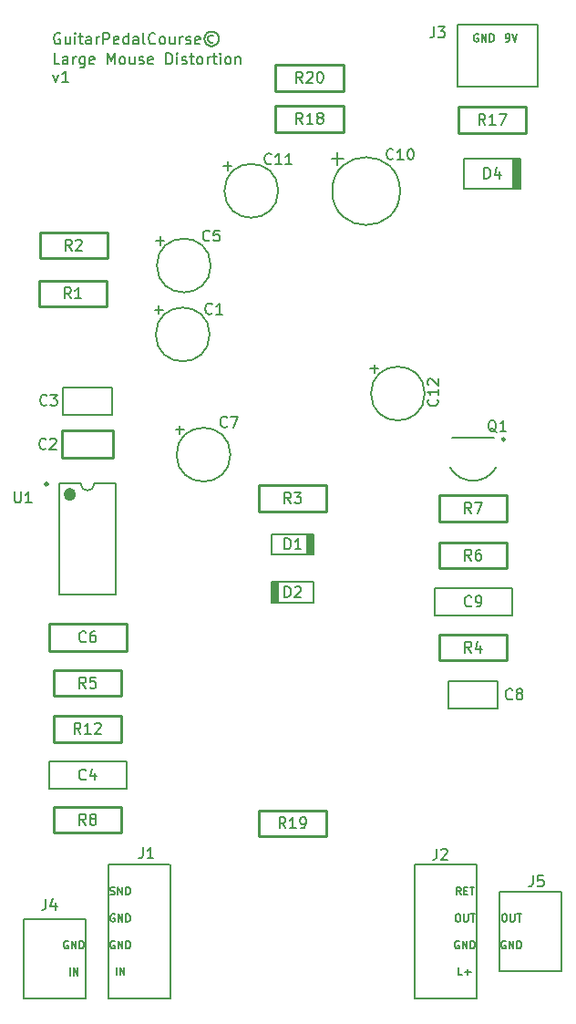
<source format=gbr>
%TF.GenerationSoftware,KiCad,Pcbnew,9.0.2*%
%TF.CreationDate,2025-07-08T13:26:24-05:00*%
%TF.ProjectId,Large Mouse Distortion,4c617267-6520-44d6-9f75-736520446973,rev?*%
%TF.SameCoordinates,Original*%
%TF.FileFunction,Legend,Top*%
%TF.FilePolarity,Positive*%
%FSLAX46Y46*%
G04 Gerber Fmt 4.6, Leading zero omitted, Abs format (unit mm)*
G04 Created by KiCad (PCBNEW 9.0.2) date 2025-07-08 13:26:24*
%MOMM*%
%LPD*%
G01*
G04 APERTURE LIST*
%ADD10C,0.152400*%
%ADD11C,0.150000*%
%ADD12C,0.254000*%
%ADD13C,0.200000*%
%ADD14C,0.250000*%
%ADD15C,0.600000*%
G04 APERTURE END LIST*
D10*
X50065734Y116391910D02*
X50201200Y116391910D01*
X50201200Y116391910D02*
X50268934Y116425777D01*
X50268934Y116425777D02*
X50302800Y116459643D01*
X50302800Y116459643D02*
X50370534Y116561243D01*
X50370534Y116561243D02*
X50404400Y116696710D01*
X50404400Y116696710D02*
X50404400Y116967643D01*
X50404400Y116967643D02*
X50370534Y117035377D01*
X50370534Y117035377D02*
X50336667Y117069243D01*
X50336667Y117069243D02*
X50268934Y117103110D01*
X50268934Y117103110D02*
X50133467Y117103110D01*
X50133467Y117103110D02*
X50065734Y117069243D01*
X50065734Y117069243D02*
X50031867Y117035377D01*
X50031867Y117035377D02*
X49998000Y116967643D01*
X49998000Y116967643D02*
X49998000Y116798310D01*
X49998000Y116798310D02*
X50031867Y116730577D01*
X50031867Y116730577D02*
X50065734Y116696710D01*
X50065734Y116696710D02*
X50133467Y116662843D01*
X50133467Y116662843D02*
X50268934Y116662843D01*
X50268934Y116662843D02*
X50336667Y116696710D01*
X50336667Y116696710D02*
X50370534Y116730577D01*
X50370534Y116730577D02*
X50404400Y116798310D01*
X50607600Y117103110D02*
X50844667Y116391910D01*
X50844667Y116391910D02*
X51081733Y117103110D01*
X9364133Y32868243D02*
X9296400Y32902110D01*
X9296400Y32902110D02*
X9194800Y32902110D01*
X9194800Y32902110D02*
X9093200Y32868243D01*
X9093200Y32868243D02*
X9025467Y32800510D01*
X9025467Y32800510D02*
X8991600Y32732777D01*
X8991600Y32732777D02*
X8957733Y32597310D01*
X8957733Y32597310D02*
X8957733Y32495710D01*
X8957733Y32495710D02*
X8991600Y32360243D01*
X8991600Y32360243D02*
X9025467Y32292510D01*
X9025467Y32292510D02*
X9093200Y32224777D01*
X9093200Y32224777D02*
X9194800Y32190910D01*
X9194800Y32190910D02*
X9262533Y32190910D01*
X9262533Y32190910D02*
X9364133Y32224777D01*
X9364133Y32224777D02*
X9398000Y32258643D01*
X9398000Y32258643D02*
X9398000Y32495710D01*
X9398000Y32495710D02*
X9262533Y32495710D01*
X9702800Y32190910D02*
X9702800Y32902110D01*
X9702800Y32902110D02*
X10109200Y32190910D01*
X10109200Y32190910D02*
X10109200Y32902110D01*
X10447867Y32190910D02*
X10447867Y32902110D01*
X10447867Y32902110D02*
X10617200Y32902110D01*
X10617200Y32902110D02*
X10718800Y32868243D01*
X10718800Y32868243D02*
X10786534Y32800510D01*
X10786534Y32800510D02*
X10820400Y32732777D01*
X10820400Y32732777D02*
X10854267Y32597310D01*
X10854267Y32597310D02*
X10854267Y32495710D01*
X10854267Y32495710D02*
X10820400Y32360243D01*
X10820400Y32360243D02*
X10786534Y32292510D01*
X10786534Y32292510D02*
X10718800Y32224777D01*
X10718800Y32224777D02*
X10617200Y32190910D01*
X10617200Y32190910D02*
X10447867Y32190910D01*
X45516800Y35382110D02*
X45652266Y35382110D01*
X45652266Y35382110D02*
X45720000Y35348243D01*
X45720000Y35348243D02*
X45787733Y35280510D01*
X45787733Y35280510D02*
X45821600Y35145043D01*
X45821600Y35145043D02*
X45821600Y34907977D01*
X45821600Y34907977D02*
X45787733Y34772510D01*
X45787733Y34772510D02*
X45720000Y34704777D01*
X45720000Y34704777D02*
X45652266Y34670910D01*
X45652266Y34670910D02*
X45516800Y34670910D01*
X45516800Y34670910D02*
X45449066Y34704777D01*
X45449066Y34704777D02*
X45381333Y34772510D01*
X45381333Y34772510D02*
X45347466Y34907977D01*
X45347466Y34907977D02*
X45347466Y35145043D01*
X45347466Y35145043D02*
X45381333Y35280510D01*
X45381333Y35280510D02*
X45449066Y35348243D01*
X45449066Y35348243D02*
X45516800Y35382110D01*
X46126400Y35382110D02*
X46126400Y34806377D01*
X46126400Y34806377D02*
X46160267Y34738643D01*
X46160267Y34738643D02*
X46194133Y34704777D01*
X46194133Y34704777D02*
X46261867Y34670910D01*
X46261867Y34670910D02*
X46397333Y34670910D01*
X46397333Y34670910D02*
X46465067Y34704777D01*
X46465067Y34704777D02*
X46498933Y34738643D01*
X46498933Y34738643D02*
X46532800Y34806377D01*
X46532800Y34806377D02*
X46532800Y35382110D01*
X46769867Y35382110D02*
X47176267Y35382110D01*
X46973067Y34670910D02*
X46973067Y35382110D01*
X45855466Y37170910D02*
X45618399Y37509577D01*
X45449066Y37170910D02*
X45449066Y37882110D01*
X45449066Y37882110D02*
X45719999Y37882110D01*
X45719999Y37882110D02*
X45787733Y37848243D01*
X45787733Y37848243D02*
X45821599Y37814377D01*
X45821599Y37814377D02*
X45855466Y37746643D01*
X45855466Y37746643D02*
X45855466Y37645043D01*
X45855466Y37645043D02*
X45821599Y37577310D01*
X45821599Y37577310D02*
X45787733Y37543443D01*
X45787733Y37543443D02*
X45719999Y37509577D01*
X45719999Y37509577D02*
X45449066Y37509577D01*
X46160266Y37543443D02*
X46397333Y37543443D01*
X46498933Y37170910D02*
X46160266Y37170910D01*
X46160266Y37170910D02*
X46160266Y37882110D01*
X46160266Y37882110D02*
X46498933Y37882110D01*
X46702133Y37882110D02*
X47108533Y37882110D01*
X46905333Y37170910D02*
X46905333Y37882110D01*
X8621358Y117132163D02*
X8524596Y117180544D01*
X8524596Y117180544D02*
X8379453Y117180544D01*
X8379453Y117180544D02*
X8234310Y117132163D01*
X8234310Y117132163D02*
X8137548Y117035401D01*
X8137548Y117035401D02*
X8089167Y116938639D01*
X8089167Y116938639D02*
X8040786Y116745115D01*
X8040786Y116745115D02*
X8040786Y116599972D01*
X8040786Y116599972D02*
X8089167Y116406448D01*
X8089167Y116406448D02*
X8137548Y116309686D01*
X8137548Y116309686D02*
X8234310Y116212925D01*
X8234310Y116212925D02*
X8379453Y116164544D01*
X8379453Y116164544D02*
X8476215Y116164544D01*
X8476215Y116164544D02*
X8621358Y116212925D01*
X8621358Y116212925D02*
X8669739Y116261305D01*
X8669739Y116261305D02*
X8669739Y116599972D01*
X8669739Y116599972D02*
X8476215Y116599972D01*
X9540596Y116841877D02*
X9540596Y116164544D01*
X9105167Y116841877D02*
X9105167Y116309686D01*
X9105167Y116309686D02*
X9153548Y116212925D01*
X9153548Y116212925D02*
X9250310Y116164544D01*
X9250310Y116164544D02*
X9395453Y116164544D01*
X9395453Y116164544D02*
X9492215Y116212925D01*
X9492215Y116212925D02*
X9540596Y116261305D01*
X10024405Y116164544D02*
X10024405Y116841877D01*
X10024405Y117180544D02*
X9976024Y117132163D01*
X9976024Y117132163D02*
X10024405Y117083782D01*
X10024405Y117083782D02*
X10072786Y117132163D01*
X10072786Y117132163D02*
X10024405Y117180544D01*
X10024405Y117180544D02*
X10024405Y117083782D01*
X10363072Y116841877D02*
X10750120Y116841877D01*
X10508215Y117180544D02*
X10508215Y116309686D01*
X10508215Y116309686D02*
X10556596Y116212925D01*
X10556596Y116212925D02*
X10653358Y116164544D01*
X10653358Y116164544D02*
X10750120Y116164544D01*
X11524215Y116164544D02*
X11524215Y116696734D01*
X11524215Y116696734D02*
X11475834Y116793496D01*
X11475834Y116793496D02*
X11379072Y116841877D01*
X11379072Y116841877D02*
X11185548Y116841877D01*
X11185548Y116841877D02*
X11088786Y116793496D01*
X11524215Y116212925D02*
X11427453Y116164544D01*
X11427453Y116164544D02*
X11185548Y116164544D01*
X11185548Y116164544D02*
X11088786Y116212925D01*
X11088786Y116212925D02*
X11040405Y116309686D01*
X11040405Y116309686D02*
X11040405Y116406448D01*
X11040405Y116406448D02*
X11088786Y116503210D01*
X11088786Y116503210D02*
X11185548Y116551591D01*
X11185548Y116551591D02*
X11427453Y116551591D01*
X11427453Y116551591D02*
X11524215Y116599972D01*
X12008024Y116164544D02*
X12008024Y116841877D01*
X12008024Y116648353D02*
X12056405Y116745115D01*
X12056405Y116745115D02*
X12104786Y116793496D01*
X12104786Y116793496D02*
X12201548Y116841877D01*
X12201548Y116841877D02*
X12298310Y116841877D01*
X12636976Y116164544D02*
X12636976Y117180544D01*
X12636976Y117180544D02*
X13024024Y117180544D01*
X13024024Y117180544D02*
X13120786Y117132163D01*
X13120786Y117132163D02*
X13169167Y117083782D01*
X13169167Y117083782D02*
X13217548Y116987020D01*
X13217548Y116987020D02*
X13217548Y116841877D01*
X13217548Y116841877D02*
X13169167Y116745115D01*
X13169167Y116745115D02*
X13120786Y116696734D01*
X13120786Y116696734D02*
X13024024Y116648353D01*
X13024024Y116648353D02*
X12636976Y116648353D01*
X14040024Y116212925D02*
X13943262Y116164544D01*
X13943262Y116164544D02*
X13749738Y116164544D01*
X13749738Y116164544D02*
X13652976Y116212925D01*
X13652976Y116212925D02*
X13604595Y116309686D01*
X13604595Y116309686D02*
X13604595Y116696734D01*
X13604595Y116696734D02*
X13652976Y116793496D01*
X13652976Y116793496D02*
X13749738Y116841877D01*
X13749738Y116841877D02*
X13943262Y116841877D01*
X13943262Y116841877D02*
X14040024Y116793496D01*
X14040024Y116793496D02*
X14088405Y116696734D01*
X14088405Y116696734D02*
X14088405Y116599972D01*
X14088405Y116599972D02*
X13604595Y116503210D01*
X14959262Y116164544D02*
X14959262Y117180544D01*
X14959262Y116212925D02*
X14862500Y116164544D01*
X14862500Y116164544D02*
X14668976Y116164544D01*
X14668976Y116164544D02*
X14572214Y116212925D01*
X14572214Y116212925D02*
X14523833Y116261305D01*
X14523833Y116261305D02*
X14475452Y116358067D01*
X14475452Y116358067D02*
X14475452Y116648353D01*
X14475452Y116648353D02*
X14523833Y116745115D01*
X14523833Y116745115D02*
X14572214Y116793496D01*
X14572214Y116793496D02*
X14668976Y116841877D01*
X14668976Y116841877D02*
X14862500Y116841877D01*
X14862500Y116841877D02*
X14959262Y116793496D01*
X15878500Y116164544D02*
X15878500Y116696734D01*
X15878500Y116696734D02*
X15830119Y116793496D01*
X15830119Y116793496D02*
X15733357Y116841877D01*
X15733357Y116841877D02*
X15539833Y116841877D01*
X15539833Y116841877D02*
X15443071Y116793496D01*
X15878500Y116212925D02*
X15781738Y116164544D01*
X15781738Y116164544D02*
X15539833Y116164544D01*
X15539833Y116164544D02*
X15443071Y116212925D01*
X15443071Y116212925D02*
X15394690Y116309686D01*
X15394690Y116309686D02*
X15394690Y116406448D01*
X15394690Y116406448D02*
X15443071Y116503210D01*
X15443071Y116503210D02*
X15539833Y116551591D01*
X15539833Y116551591D02*
X15781738Y116551591D01*
X15781738Y116551591D02*
X15878500Y116599972D01*
X16507452Y116164544D02*
X16410690Y116212925D01*
X16410690Y116212925D02*
X16362309Y116309686D01*
X16362309Y116309686D02*
X16362309Y117180544D01*
X17475071Y116261305D02*
X17426690Y116212925D01*
X17426690Y116212925D02*
X17281547Y116164544D01*
X17281547Y116164544D02*
X17184785Y116164544D01*
X17184785Y116164544D02*
X17039642Y116212925D01*
X17039642Y116212925D02*
X16942880Y116309686D01*
X16942880Y116309686D02*
X16894499Y116406448D01*
X16894499Y116406448D02*
X16846118Y116599972D01*
X16846118Y116599972D02*
X16846118Y116745115D01*
X16846118Y116745115D02*
X16894499Y116938639D01*
X16894499Y116938639D02*
X16942880Y117035401D01*
X16942880Y117035401D02*
X17039642Y117132163D01*
X17039642Y117132163D02*
X17184785Y117180544D01*
X17184785Y117180544D02*
X17281547Y117180544D01*
X17281547Y117180544D02*
X17426690Y117132163D01*
X17426690Y117132163D02*
X17475071Y117083782D01*
X18055642Y116164544D02*
X17958880Y116212925D01*
X17958880Y116212925D02*
X17910499Y116261305D01*
X17910499Y116261305D02*
X17862118Y116358067D01*
X17862118Y116358067D02*
X17862118Y116648353D01*
X17862118Y116648353D02*
X17910499Y116745115D01*
X17910499Y116745115D02*
X17958880Y116793496D01*
X17958880Y116793496D02*
X18055642Y116841877D01*
X18055642Y116841877D02*
X18200785Y116841877D01*
X18200785Y116841877D02*
X18297547Y116793496D01*
X18297547Y116793496D02*
X18345928Y116745115D01*
X18345928Y116745115D02*
X18394309Y116648353D01*
X18394309Y116648353D02*
X18394309Y116358067D01*
X18394309Y116358067D02*
X18345928Y116261305D01*
X18345928Y116261305D02*
X18297547Y116212925D01*
X18297547Y116212925D02*
X18200785Y116164544D01*
X18200785Y116164544D02*
X18055642Y116164544D01*
X19265166Y116841877D02*
X19265166Y116164544D01*
X18829737Y116841877D02*
X18829737Y116309686D01*
X18829737Y116309686D02*
X18878118Y116212925D01*
X18878118Y116212925D02*
X18974880Y116164544D01*
X18974880Y116164544D02*
X19120023Y116164544D01*
X19120023Y116164544D02*
X19216785Y116212925D01*
X19216785Y116212925D02*
X19265166Y116261305D01*
X19748975Y116164544D02*
X19748975Y116841877D01*
X19748975Y116648353D02*
X19797356Y116745115D01*
X19797356Y116745115D02*
X19845737Y116793496D01*
X19845737Y116793496D02*
X19942499Y116841877D01*
X19942499Y116841877D02*
X20039261Y116841877D01*
X20329546Y116212925D02*
X20426308Y116164544D01*
X20426308Y116164544D02*
X20619832Y116164544D01*
X20619832Y116164544D02*
X20716594Y116212925D01*
X20716594Y116212925D02*
X20764975Y116309686D01*
X20764975Y116309686D02*
X20764975Y116358067D01*
X20764975Y116358067D02*
X20716594Y116454829D01*
X20716594Y116454829D02*
X20619832Y116503210D01*
X20619832Y116503210D02*
X20474689Y116503210D01*
X20474689Y116503210D02*
X20377927Y116551591D01*
X20377927Y116551591D02*
X20329546Y116648353D01*
X20329546Y116648353D02*
X20329546Y116696734D01*
X20329546Y116696734D02*
X20377927Y116793496D01*
X20377927Y116793496D02*
X20474689Y116841877D01*
X20474689Y116841877D02*
X20619832Y116841877D01*
X20619832Y116841877D02*
X20716594Y116793496D01*
X21587451Y116212925D02*
X21490689Y116164544D01*
X21490689Y116164544D02*
X21297165Y116164544D01*
X21297165Y116164544D02*
X21200403Y116212925D01*
X21200403Y116212925D02*
X21152022Y116309686D01*
X21152022Y116309686D02*
X21152022Y116696734D01*
X21152022Y116696734D02*
X21200403Y116793496D01*
X21200403Y116793496D02*
X21297165Y116841877D01*
X21297165Y116841877D02*
X21490689Y116841877D01*
X21490689Y116841877D02*
X21587451Y116793496D01*
X21587451Y116793496D02*
X21635832Y116696734D01*
X21635832Y116696734D02*
X21635832Y116599972D01*
X21635832Y116599972D02*
X21152022Y116503210D01*
X22893736Y116938639D02*
X22796975Y116987020D01*
X22796975Y116987020D02*
X22603451Y116987020D01*
X22603451Y116987020D02*
X22506689Y116938639D01*
X22506689Y116938639D02*
X22409927Y116841877D01*
X22409927Y116841877D02*
X22361546Y116745115D01*
X22361546Y116745115D02*
X22361546Y116551591D01*
X22361546Y116551591D02*
X22409927Y116454829D01*
X22409927Y116454829D02*
X22506689Y116358067D01*
X22506689Y116358067D02*
X22603451Y116309686D01*
X22603451Y116309686D02*
X22796975Y116309686D01*
X22796975Y116309686D02*
X22893736Y116358067D01*
X22700213Y117325686D02*
X22458308Y117277305D01*
X22458308Y117277305D02*
X22216403Y117132163D01*
X22216403Y117132163D02*
X22071260Y116890258D01*
X22071260Y116890258D02*
X22022879Y116648353D01*
X22022879Y116648353D02*
X22071260Y116406448D01*
X22071260Y116406448D02*
X22216403Y116164544D01*
X22216403Y116164544D02*
X22458308Y116019401D01*
X22458308Y116019401D02*
X22700213Y115971020D01*
X22700213Y115971020D02*
X22942117Y116019401D01*
X22942117Y116019401D02*
X23184022Y116164544D01*
X23184022Y116164544D02*
X23329165Y116406448D01*
X23329165Y116406448D02*
X23377546Y116648353D01*
X23377546Y116648353D02*
X23329165Y116890258D01*
X23329165Y116890258D02*
X23184022Y117132163D01*
X23184022Y117132163D02*
X22942117Y117277305D01*
X22942117Y117277305D02*
X22700213Y117325686D01*
X49834800Y35402110D02*
X49970266Y35402110D01*
X49970266Y35402110D02*
X50038000Y35368243D01*
X50038000Y35368243D02*
X50105733Y35300510D01*
X50105733Y35300510D02*
X50139600Y35165043D01*
X50139600Y35165043D02*
X50139600Y34927977D01*
X50139600Y34927977D02*
X50105733Y34792510D01*
X50105733Y34792510D02*
X50038000Y34724777D01*
X50038000Y34724777D02*
X49970266Y34690910D01*
X49970266Y34690910D02*
X49834800Y34690910D01*
X49834800Y34690910D02*
X49767066Y34724777D01*
X49767066Y34724777D02*
X49699333Y34792510D01*
X49699333Y34792510D02*
X49665466Y34927977D01*
X49665466Y34927977D02*
X49665466Y35165043D01*
X49665466Y35165043D02*
X49699333Y35300510D01*
X49699333Y35300510D02*
X49767066Y35368243D01*
X49767066Y35368243D02*
X49834800Y35402110D01*
X50444400Y35402110D02*
X50444400Y34826377D01*
X50444400Y34826377D02*
X50478267Y34758643D01*
X50478267Y34758643D02*
X50512133Y34724777D01*
X50512133Y34724777D02*
X50579867Y34690910D01*
X50579867Y34690910D02*
X50715333Y34690910D01*
X50715333Y34690910D02*
X50783067Y34724777D01*
X50783067Y34724777D02*
X50816933Y34758643D01*
X50816933Y34758643D02*
X50850800Y34826377D01*
X50850800Y34826377D02*
X50850800Y35402110D01*
X51087867Y35402110D02*
X51494267Y35402110D01*
X51291067Y34690910D02*
X51291067Y35402110D01*
X13851466Y29750910D02*
X13851466Y30462110D01*
X14190133Y29750910D02*
X14190133Y30462110D01*
X14190133Y30462110D02*
X14596533Y29750910D01*
X14596533Y29750910D02*
X14596533Y30462110D01*
X13682133Y32848243D02*
X13614400Y32882110D01*
X13614400Y32882110D02*
X13512800Y32882110D01*
X13512800Y32882110D02*
X13411200Y32848243D01*
X13411200Y32848243D02*
X13343467Y32780510D01*
X13343467Y32780510D02*
X13309600Y32712777D01*
X13309600Y32712777D02*
X13275733Y32577310D01*
X13275733Y32577310D02*
X13275733Y32475710D01*
X13275733Y32475710D02*
X13309600Y32340243D01*
X13309600Y32340243D02*
X13343467Y32272510D01*
X13343467Y32272510D02*
X13411200Y32204777D01*
X13411200Y32204777D02*
X13512800Y32170910D01*
X13512800Y32170910D02*
X13580533Y32170910D01*
X13580533Y32170910D02*
X13682133Y32204777D01*
X13682133Y32204777D02*
X13716000Y32238643D01*
X13716000Y32238643D02*
X13716000Y32475710D01*
X13716000Y32475710D02*
X13580533Y32475710D01*
X14020800Y32170910D02*
X14020800Y32882110D01*
X14020800Y32882110D02*
X14427200Y32170910D01*
X14427200Y32170910D02*
X14427200Y32882110D01*
X14765867Y32170910D02*
X14765867Y32882110D01*
X14765867Y32882110D02*
X14935200Y32882110D01*
X14935200Y32882110D02*
X15036800Y32848243D01*
X15036800Y32848243D02*
X15104534Y32780510D01*
X15104534Y32780510D02*
X15138400Y32712777D01*
X15138400Y32712777D02*
X15172267Y32577310D01*
X15172267Y32577310D02*
X15172267Y32475710D01*
X15172267Y32475710D02*
X15138400Y32340243D01*
X15138400Y32340243D02*
X15104534Y32272510D01*
X15104534Y32272510D02*
X15036800Y32204777D01*
X15036800Y32204777D02*
X14935200Y32170910D01*
X14935200Y32170910D02*
X14765867Y32170910D01*
X8572977Y114289967D02*
X8089167Y114289967D01*
X8089167Y114289967D02*
X8089167Y115305967D01*
X9347072Y114289967D02*
X9347072Y114822157D01*
X9347072Y114822157D02*
X9298691Y114918919D01*
X9298691Y114918919D02*
X9201929Y114967300D01*
X9201929Y114967300D02*
X9008405Y114967300D01*
X9008405Y114967300D02*
X8911643Y114918919D01*
X9347072Y114338348D02*
X9250310Y114289967D01*
X9250310Y114289967D02*
X9008405Y114289967D01*
X9008405Y114289967D02*
X8911643Y114338348D01*
X8911643Y114338348D02*
X8863262Y114435109D01*
X8863262Y114435109D02*
X8863262Y114531871D01*
X8863262Y114531871D02*
X8911643Y114628633D01*
X8911643Y114628633D02*
X9008405Y114677014D01*
X9008405Y114677014D02*
X9250310Y114677014D01*
X9250310Y114677014D02*
X9347072Y114725395D01*
X9830881Y114289967D02*
X9830881Y114967300D01*
X9830881Y114773776D02*
X9879262Y114870538D01*
X9879262Y114870538D02*
X9927643Y114918919D01*
X9927643Y114918919D02*
X10024405Y114967300D01*
X10024405Y114967300D02*
X10121167Y114967300D01*
X10895262Y114967300D02*
X10895262Y114144824D01*
X10895262Y114144824D02*
X10846881Y114048062D01*
X10846881Y114048062D02*
X10798500Y113999681D01*
X10798500Y113999681D02*
X10701738Y113951300D01*
X10701738Y113951300D02*
X10556595Y113951300D01*
X10556595Y113951300D02*
X10459833Y113999681D01*
X10895262Y114338348D02*
X10798500Y114289967D01*
X10798500Y114289967D02*
X10604976Y114289967D01*
X10604976Y114289967D02*
X10508214Y114338348D01*
X10508214Y114338348D02*
X10459833Y114386728D01*
X10459833Y114386728D02*
X10411452Y114483490D01*
X10411452Y114483490D02*
X10411452Y114773776D01*
X10411452Y114773776D02*
X10459833Y114870538D01*
X10459833Y114870538D02*
X10508214Y114918919D01*
X10508214Y114918919D02*
X10604976Y114967300D01*
X10604976Y114967300D02*
X10798500Y114967300D01*
X10798500Y114967300D02*
X10895262Y114918919D01*
X11766119Y114338348D02*
X11669357Y114289967D01*
X11669357Y114289967D02*
X11475833Y114289967D01*
X11475833Y114289967D02*
X11379071Y114338348D01*
X11379071Y114338348D02*
X11330690Y114435109D01*
X11330690Y114435109D02*
X11330690Y114822157D01*
X11330690Y114822157D02*
X11379071Y114918919D01*
X11379071Y114918919D02*
X11475833Y114967300D01*
X11475833Y114967300D02*
X11669357Y114967300D01*
X11669357Y114967300D02*
X11766119Y114918919D01*
X11766119Y114918919D02*
X11814500Y114822157D01*
X11814500Y114822157D02*
X11814500Y114725395D01*
X11814500Y114725395D02*
X11330690Y114628633D01*
X13024023Y114289967D02*
X13024023Y115305967D01*
X13024023Y115305967D02*
X13362690Y114580252D01*
X13362690Y114580252D02*
X13701357Y115305967D01*
X13701357Y115305967D02*
X13701357Y114289967D01*
X14330309Y114289967D02*
X14233547Y114338348D01*
X14233547Y114338348D02*
X14185166Y114386728D01*
X14185166Y114386728D02*
X14136785Y114483490D01*
X14136785Y114483490D02*
X14136785Y114773776D01*
X14136785Y114773776D02*
X14185166Y114870538D01*
X14185166Y114870538D02*
X14233547Y114918919D01*
X14233547Y114918919D02*
X14330309Y114967300D01*
X14330309Y114967300D02*
X14475452Y114967300D01*
X14475452Y114967300D02*
X14572214Y114918919D01*
X14572214Y114918919D02*
X14620595Y114870538D01*
X14620595Y114870538D02*
X14668976Y114773776D01*
X14668976Y114773776D02*
X14668976Y114483490D01*
X14668976Y114483490D02*
X14620595Y114386728D01*
X14620595Y114386728D02*
X14572214Y114338348D01*
X14572214Y114338348D02*
X14475452Y114289967D01*
X14475452Y114289967D02*
X14330309Y114289967D01*
X15539833Y114967300D02*
X15539833Y114289967D01*
X15104404Y114967300D02*
X15104404Y114435109D01*
X15104404Y114435109D02*
X15152785Y114338348D01*
X15152785Y114338348D02*
X15249547Y114289967D01*
X15249547Y114289967D02*
X15394690Y114289967D01*
X15394690Y114289967D02*
X15491452Y114338348D01*
X15491452Y114338348D02*
X15539833Y114386728D01*
X15975261Y114338348D02*
X16072023Y114289967D01*
X16072023Y114289967D02*
X16265547Y114289967D01*
X16265547Y114289967D02*
X16362309Y114338348D01*
X16362309Y114338348D02*
X16410690Y114435109D01*
X16410690Y114435109D02*
X16410690Y114483490D01*
X16410690Y114483490D02*
X16362309Y114580252D01*
X16362309Y114580252D02*
X16265547Y114628633D01*
X16265547Y114628633D02*
X16120404Y114628633D01*
X16120404Y114628633D02*
X16023642Y114677014D01*
X16023642Y114677014D02*
X15975261Y114773776D01*
X15975261Y114773776D02*
X15975261Y114822157D01*
X15975261Y114822157D02*
X16023642Y114918919D01*
X16023642Y114918919D02*
X16120404Y114967300D01*
X16120404Y114967300D02*
X16265547Y114967300D01*
X16265547Y114967300D02*
X16362309Y114918919D01*
X17233166Y114338348D02*
X17136404Y114289967D01*
X17136404Y114289967D02*
X16942880Y114289967D01*
X16942880Y114289967D02*
X16846118Y114338348D01*
X16846118Y114338348D02*
X16797737Y114435109D01*
X16797737Y114435109D02*
X16797737Y114822157D01*
X16797737Y114822157D02*
X16846118Y114918919D01*
X16846118Y114918919D02*
X16942880Y114967300D01*
X16942880Y114967300D02*
X17136404Y114967300D01*
X17136404Y114967300D02*
X17233166Y114918919D01*
X17233166Y114918919D02*
X17281547Y114822157D01*
X17281547Y114822157D02*
X17281547Y114725395D01*
X17281547Y114725395D02*
X16797737Y114628633D01*
X18491070Y114289967D02*
X18491070Y115305967D01*
X18491070Y115305967D02*
X18732975Y115305967D01*
X18732975Y115305967D02*
X18878118Y115257586D01*
X18878118Y115257586D02*
X18974880Y115160824D01*
X18974880Y115160824D02*
X19023261Y115064062D01*
X19023261Y115064062D02*
X19071642Y114870538D01*
X19071642Y114870538D02*
X19071642Y114725395D01*
X19071642Y114725395D02*
X19023261Y114531871D01*
X19023261Y114531871D02*
X18974880Y114435109D01*
X18974880Y114435109D02*
X18878118Y114338348D01*
X18878118Y114338348D02*
X18732975Y114289967D01*
X18732975Y114289967D02*
X18491070Y114289967D01*
X19507070Y114289967D02*
X19507070Y114967300D01*
X19507070Y115305967D02*
X19458689Y115257586D01*
X19458689Y115257586D02*
X19507070Y115209205D01*
X19507070Y115209205D02*
X19555451Y115257586D01*
X19555451Y115257586D02*
X19507070Y115305967D01*
X19507070Y115305967D02*
X19507070Y115209205D01*
X19942499Y114338348D02*
X20039261Y114289967D01*
X20039261Y114289967D02*
X20232785Y114289967D01*
X20232785Y114289967D02*
X20329547Y114338348D01*
X20329547Y114338348D02*
X20377928Y114435109D01*
X20377928Y114435109D02*
X20377928Y114483490D01*
X20377928Y114483490D02*
X20329547Y114580252D01*
X20329547Y114580252D02*
X20232785Y114628633D01*
X20232785Y114628633D02*
X20087642Y114628633D01*
X20087642Y114628633D02*
X19990880Y114677014D01*
X19990880Y114677014D02*
X19942499Y114773776D01*
X19942499Y114773776D02*
X19942499Y114822157D01*
X19942499Y114822157D02*
X19990880Y114918919D01*
X19990880Y114918919D02*
X20087642Y114967300D01*
X20087642Y114967300D02*
X20232785Y114967300D01*
X20232785Y114967300D02*
X20329547Y114918919D01*
X20668213Y114967300D02*
X21055261Y114967300D01*
X20813356Y115305967D02*
X20813356Y114435109D01*
X20813356Y114435109D02*
X20861737Y114338348D01*
X20861737Y114338348D02*
X20958499Y114289967D01*
X20958499Y114289967D02*
X21055261Y114289967D01*
X21539070Y114289967D02*
X21442308Y114338348D01*
X21442308Y114338348D02*
X21393927Y114386728D01*
X21393927Y114386728D02*
X21345546Y114483490D01*
X21345546Y114483490D02*
X21345546Y114773776D01*
X21345546Y114773776D02*
X21393927Y114870538D01*
X21393927Y114870538D02*
X21442308Y114918919D01*
X21442308Y114918919D02*
X21539070Y114967300D01*
X21539070Y114967300D02*
X21684213Y114967300D01*
X21684213Y114967300D02*
X21780975Y114918919D01*
X21780975Y114918919D02*
X21829356Y114870538D01*
X21829356Y114870538D02*
X21877737Y114773776D01*
X21877737Y114773776D02*
X21877737Y114483490D01*
X21877737Y114483490D02*
X21829356Y114386728D01*
X21829356Y114386728D02*
X21780975Y114338348D01*
X21780975Y114338348D02*
X21684213Y114289967D01*
X21684213Y114289967D02*
X21539070Y114289967D01*
X22313165Y114289967D02*
X22313165Y114967300D01*
X22313165Y114773776D02*
X22361546Y114870538D01*
X22361546Y114870538D02*
X22409927Y114918919D01*
X22409927Y114918919D02*
X22506689Y114967300D01*
X22506689Y114967300D02*
X22603451Y114967300D01*
X22796974Y114967300D02*
X23184022Y114967300D01*
X22942117Y115305967D02*
X22942117Y114435109D01*
X22942117Y114435109D02*
X22990498Y114338348D01*
X22990498Y114338348D02*
X23087260Y114289967D01*
X23087260Y114289967D02*
X23184022Y114289967D01*
X23522688Y114289967D02*
X23522688Y114967300D01*
X23522688Y115305967D02*
X23474307Y115257586D01*
X23474307Y115257586D02*
X23522688Y115209205D01*
X23522688Y115209205D02*
X23571069Y115257586D01*
X23571069Y115257586D02*
X23522688Y115305967D01*
X23522688Y115305967D02*
X23522688Y115209205D01*
X24151641Y114289967D02*
X24054879Y114338348D01*
X24054879Y114338348D02*
X24006498Y114386728D01*
X24006498Y114386728D02*
X23958117Y114483490D01*
X23958117Y114483490D02*
X23958117Y114773776D01*
X23958117Y114773776D02*
X24006498Y114870538D01*
X24006498Y114870538D02*
X24054879Y114918919D01*
X24054879Y114918919D02*
X24151641Y114967300D01*
X24151641Y114967300D02*
X24296784Y114967300D01*
X24296784Y114967300D02*
X24393546Y114918919D01*
X24393546Y114918919D02*
X24441927Y114870538D01*
X24441927Y114870538D02*
X24490308Y114773776D01*
X24490308Y114773776D02*
X24490308Y114483490D01*
X24490308Y114483490D02*
X24441927Y114386728D01*
X24441927Y114386728D02*
X24393546Y114338348D01*
X24393546Y114338348D02*
X24296784Y114289967D01*
X24296784Y114289967D02*
X24151641Y114289967D01*
X24925736Y114967300D02*
X24925736Y114289967D01*
X24925736Y114870538D02*
X24974117Y114918919D01*
X24974117Y114918919D02*
X25070879Y114967300D01*
X25070879Y114967300D02*
X25216022Y114967300D01*
X25216022Y114967300D02*
X25312784Y114918919D01*
X25312784Y114918919D02*
X25361165Y114822157D01*
X25361165Y114822157D02*
X25361165Y114289967D01*
X7992405Y113331597D02*
X8234310Y112654264D01*
X8234310Y112654264D02*
X8476215Y113331597D01*
X9395453Y112654264D02*
X8814881Y112654264D01*
X9105167Y112654264D02*
X9105167Y113670264D01*
X9105167Y113670264D02*
X9008405Y113525121D01*
X9008405Y113525121D02*
X8911643Y113428359D01*
X8911643Y113428359D02*
X8814881Y113379978D01*
X45686133Y32848243D02*
X45618400Y32882110D01*
X45618400Y32882110D02*
X45516800Y32882110D01*
X45516800Y32882110D02*
X45415200Y32848243D01*
X45415200Y32848243D02*
X45347467Y32780510D01*
X45347467Y32780510D02*
X45313600Y32712777D01*
X45313600Y32712777D02*
X45279733Y32577310D01*
X45279733Y32577310D02*
X45279733Y32475710D01*
X45279733Y32475710D02*
X45313600Y32340243D01*
X45313600Y32340243D02*
X45347467Y32272510D01*
X45347467Y32272510D02*
X45415200Y32204777D01*
X45415200Y32204777D02*
X45516800Y32170910D01*
X45516800Y32170910D02*
X45584533Y32170910D01*
X45584533Y32170910D02*
X45686133Y32204777D01*
X45686133Y32204777D02*
X45720000Y32238643D01*
X45720000Y32238643D02*
X45720000Y32475710D01*
X45720000Y32475710D02*
X45584533Y32475710D01*
X46024800Y32170910D02*
X46024800Y32882110D01*
X46024800Y32882110D02*
X46431200Y32170910D01*
X46431200Y32170910D02*
X46431200Y32882110D01*
X46769867Y32170910D02*
X46769867Y32882110D01*
X46769867Y32882110D02*
X46939200Y32882110D01*
X46939200Y32882110D02*
X47040800Y32848243D01*
X47040800Y32848243D02*
X47108534Y32780510D01*
X47108534Y32780510D02*
X47142400Y32712777D01*
X47142400Y32712777D02*
X47176267Y32577310D01*
X47176267Y32577310D02*
X47176267Y32475710D01*
X47176267Y32475710D02*
X47142400Y32340243D01*
X47142400Y32340243D02*
X47108534Y32272510D01*
X47108534Y32272510D02*
X47040800Y32204777D01*
X47040800Y32204777D02*
X46939200Y32170910D01*
X46939200Y32170910D02*
X46769867Y32170910D01*
X47464133Y117069243D02*
X47396400Y117103110D01*
X47396400Y117103110D02*
X47294800Y117103110D01*
X47294800Y117103110D02*
X47193200Y117069243D01*
X47193200Y117069243D02*
X47125467Y117001510D01*
X47125467Y117001510D02*
X47091600Y116933777D01*
X47091600Y116933777D02*
X47057733Y116798310D01*
X47057733Y116798310D02*
X47057733Y116696710D01*
X47057733Y116696710D02*
X47091600Y116561243D01*
X47091600Y116561243D02*
X47125467Y116493510D01*
X47125467Y116493510D02*
X47193200Y116425777D01*
X47193200Y116425777D02*
X47294800Y116391910D01*
X47294800Y116391910D02*
X47362533Y116391910D01*
X47362533Y116391910D02*
X47464133Y116425777D01*
X47464133Y116425777D02*
X47498000Y116459643D01*
X47498000Y116459643D02*
X47498000Y116696710D01*
X47498000Y116696710D02*
X47362533Y116696710D01*
X47802800Y116391910D02*
X47802800Y117103110D01*
X47802800Y117103110D02*
X48209200Y116391910D01*
X48209200Y116391910D02*
X48209200Y117103110D01*
X48547867Y116391910D02*
X48547867Y117103110D01*
X48547867Y117103110D02*
X48717200Y117103110D01*
X48717200Y117103110D02*
X48818800Y117069243D01*
X48818800Y117069243D02*
X48886534Y117001510D01*
X48886534Y117001510D02*
X48920400Y116933777D01*
X48920400Y116933777D02*
X48954267Y116798310D01*
X48954267Y116798310D02*
X48954267Y116696710D01*
X48954267Y116696710D02*
X48920400Y116561243D01*
X48920400Y116561243D02*
X48886534Y116493510D01*
X48886534Y116493510D02*
X48818800Y116425777D01*
X48818800Y116425777D02*
X48717200Y116391910D01*
X48717200Y116391910D02*
X48547867Y116391910D01*
X46007867Y29750910D02*
X45669200Y29750910D01*
X45669200Y29750910D02*
X45669200Y30462110D01*
X46244933Y30021843D02*
X46786800Y30021843D01*
X46515866Y29750910D02*
X46515866Y30292777D01*
X13682133Y35348243D02*
X13614400Y35382110D01*
X13614400Y35382110D02*
X13512800Y35382110D01*
X13512800Y35382110D02*
X13411200Y35348243D01*
X13411200Y35348243D02*
X13343467Y35280510D01*
X13343467Y35280510D02*
X13309600Y35212777D01*
X13309600Y35212777D02*
X13275733Y35077310D01*
X13275733Y35077310D02*
X13275733Y34975710D01*
X13275733Y34975710D02*
X13309600Y34840243D01*
X13309600Y34840243D02*
X13343467Y34772510D01*
X13343467Y34772510D02*
X13411200Y34704777D01*
X13411200Y34704777D02*
X13512800Y34670910D01*
X13512800Y34670910D02*
X13580533Y34670910D01*
X13580533Y34670910D02*
X13682133Y34704777D01*
X13682133Y34704777D02*
X13716000Y34738643D01*
X13716000Y34738643D02*
X13716000Y34975710D01*
X13716000Y34975710D02*
X13580533Y34975710D01*
X14020800Y34670910D02*
X14020800Y35382110D01*
X14020800Y35382110D02*
X14427200Y34670910D01*
X14427200Y34670910D02*
X14427200Y35382110D01*
X14765867Y34670910D02*
X14765867Y35382110D01*
X14765867Y35382110D02*
X14935200Y35382110D01*
X14935200Y35382110D02*
X15036800Y35348243D01*
X15036800Y35348243D02*
X15104534Y35280510D01*
X15104534Y35280510D02*
X15138400Y35212777D01*
X15138400Y35212777D02*
X15172267Y35077310D01*
X15172267Y35077310D02*
X15172267Y34975710D01*
X15172267Y34975710D02*
X15138400Y34840243D01*
X15138400Y34840243D02*
X15104534Y34772510D01*
X15104534Y34772510D02*
X15036800Y34704777D01*
X15036800Y34704777D02*
X14935200Y34670910D01*
X14935200Y34670910D02*
X14765867Y34670910D01*
X50004133Y32868243D02*
X49936400Y32902110D01*
X49936400Y32902110D02*
X49834800Y32902110D01*
X49834800Y32902110D02*
X49733200Y32868243D01*
X49733200Y32868243D02*
X49665467Y32800510D01*
X49665467Y32800510D02*
X49631600Y32732777D01*
X49631600Y32732777D02*
X49597733Y32597310D01*
X49597733Y32597310D02*
X49597733Y32495710D01*
X49597733Y32495710D02*
X49631600Y32360243D01*
X49631600Y32360243D02*
X49665467Y32292510D01*
X49665467Y32292510D02*
X49733200Y32224777D01*
X49733200Y32224777D02*
X49834800Y32190910D01*
X49834800Y32190910D02*
X49902533Y32190910D01*
X49902533Y32190910D02*
X50004133Y32224777D01*
X50004133Y32224777D02*
X50038000Y32258643D01*
X50038000Y32258643D02*
X50038000Y32495710D01*
X50038000Y32495710D02*
X49902533Y32495710D01*
X50342800Y32190910D02*
X50342800Y32902110D01*
X50342800Y32902110D02*
X50749200Y32190910D01*
X50749200Y32190910D02*
X50749200Y32902110D01*
X51087867Y32190910D02*
X51087867Y32902110D01*
X51087867Y32902110D02*
X51257200Y32902110D01*
X51257200Y32902110D02*
X51358800Y32868243D01*
X51358800Y32868243D02*
X51426534Y32800510D01*
X51426534Y32800510D02*
X51460400Y32732777D01*
X51460400Y32732777D02*
X51494267Y32597310D01*
X51494267Y32597310D02*
X51494267Y32495710D01*
X51494267Y32495710D02*
X51460400Y32360243D01*
X51460400Y32360243D02*
X51426534Y32292510D01*
X51426534Y32292510D02*
X51358800Y32224777D01*
X51358800Y32224777D02*
X51257200Y32190910D01*
X51257200Y32190910D02*
X51087867Y32190910D01*
X13292666Y37204777D02*
X13394266Y37170910D01*
X13394266Y37170910D02*
X13563600Y37170910D01*
X13563600Y37170910D02*
X13631333Y37204777D01*
X13631333Y37204777D02*
X13665200Y37238643D01*
X13665200Y37238643D02*
X13699066Y37306377D01*
X13699066Y37306377D02*
X13699066Y37374110D01*
X13699066Y37374110D02*
X13665200Y37441843D01*
X13665200Y37441843D02*
X13631333Y37475710D01*
X13631333Y37475710D02*
X13563600Y37509577D01*
X13563600Y37509577D02*
X13428133Y37543443D01*
X13428133Y37543443D02*
X13360400Y37577310D01*
X13360400Y37577310D02*
X13326533Y37611177D01*
X13326533Y37611177D02*
X13292666Y37678910D01*
X13292666Y37678910D02*
X13292666Y37746643D01*
X13292666Y37746643D02*
X13326533Y37814377D01*
X13326533Y37814377D02*
X13360400Y37848243D01*
X13360400Y37848243D02*
X13428133Y37882110D01*
X13428133Y37882110D02*
X13597466Y37882110D01*
X13597466Y37882110D02*
X13699066Y37848243D01*
X14003866Y37170910D02*
X14003866Y37882110D01*
X14003866Y37882110D02*
X14410266Y37170910D01*
X14410266Y37170910D02*
X14410266Y37882110D01*
X14748933Y37170910D02*
X14748933Y37882110D01*
X14748933Y37882110D02*
X14918266Y37882110D01*
X14918266Y37882110D02*
X15019866Y37848243D01*
X15019866Y37848243D02*
X15087600Y37780510D01*
X15087600Y37780510D02*
X15121466Y37712777D01*
X15121466Y37712777D02*
X15155333Y37577310D01*
X15155333Y37577310D02*
X15155333Y37475710D01*
X15155333Y37475710D02*
X15121466Y37340243D01*
X15121466Y37340243D02*
X15087600Y37272510D01*
X15087600Y37272510D02*
X15019866Y37204777D01*
X15019866Y37204777D02*
X14918266Y37170910D01*
X14918266Y37170910D02*
X14748933Y37170910D01*
X9533466Y29690910D02*
X9533466Y30402110D01*
X9872133Y29690910D02*
X9872133Y30402110D01*
X9872133Y30402110D02*
X10278533Y29690910D01*
X10278533Y29690910D02*
X10278533Y30402110D01*
D11*
X48125142Y108663580D02*
X47791809Y109139771D01*
X47553714Y108663580D02*
X47553714Y109663580D01*
X47553714Y109663580D02*
X47934666Y109663580D01*
X47934666Y109663580D02*
X48029904Y109615961D01*
X48029904Y109615961D02*
X48077523Y109568342D01*
X48077523Y109568342D02*
X48125142Y109473104D01*
X48125142Y109473104D02*
X48125142Y109330247D01*
X48125142Y109330247D02*
X48077523Y109235009D01*
X48077523Y109235009D02*
X48029904Y109187390D01*
X48029904Y109187390D02*
X47934666Y109139771D01*
X47934666Y109139771D02*
X47553714Y109139771D01*
X49077523Y108663580D02*
X48506095Y108663580D01*
X48791809Y108663580D02*
X48791809Y109663580D01*
X48791809Y109663580D02*
X48696571Y109520723D01*
X48696571Y109520723D02*
X48601333Y109425485D01*
X48601333Y109425485D02*
X48506095Y109377866D01*
X49410857Y109663580D02*
X50077523Y109663580D01*
X50077523Y109663580D02*
X49648952Y108663580D01*
X46823333Y68226780D02*
X46490000Y68702971D01*
X46251905Y68226780D02*
X46251905Y69226780D01*
X46251905Y69226780D02*
X46632857Y69226780D01*
X46632857Y69226780D02*
X46728095Y69179161D01*
X46728095Y69179161D02*
X46775714Y69131542D01*
X46775714Y69131542D02*
X46823333Y69036304D01*
X46823333Y69036304D02*
X46823333Y68893447D01*
X46823333Y68893447D02*
X46775714Y68798209D01*
X46775714Y68798209D02*
X46728095Y68750590D01*
X46728095Y68750590D02*
X46632857Y68702971D01*
X46632857Y68702971D02*
X46251905Y68702971D01*
X47680476Y69226780D02*
X47490000Y69226780D01*
X47490000Y69226780D02*
X47394762Y69179161D01*
X47394762Y69179161D02*
X47347143Y69131542D01*
X47347143Y69131542D02*
X47251905Y68988685D01*
X47251905Y68988685D02*
X47204286Y68798209D01*
X47204286Y68798209D02*
X47204286Y68417257D01*
X47204286Y68417257D02*
X47251905Y68322019D01*
X47251905Y68322019D02*
X47299524Y68274400D01*
X47299524Y68274400D02*
X47394762Y68226780D01*
X47394762Y68226780D02*
X47585238Y68226780D01*
X47585238Y68226780D02*
X47680476Y68274400D01*
X47680476Y68274400D02*
X47728095Y68322019D01*
X47728095Y68322019D02*
X47775714Y68417257D01*
X47775714Y68417257D02*
X47775714Y68655352D01*
X47775714Y68655352D02*
X47728095Y68750590D01*
X47728095Y68750590D02*
X47680476Y68798209D01*
X47680476Y68798209D02*
X47585238Y68845828D01*
X47585238Y68845828D02*
X47394762Y68845828D01*
X47394762Y68845828D02*
X47299524Y68798209D01*
X47299524Y68798209D02*
X47251905Y68750590D01*
X47251905Y68750590D02*
X47204286Y68655352D01*
X29487905Y64797780D02*
X29487905Y65797780D01*
X29487905Y65797780D02*
X29726000Y65797780D01*
X29726000Y65797780D02*
X29868857Y65750161D01*
X29868857Y65750161D02*
X29964095Y65654923D01*
X29964095Y65654923D02*
X30011714Y65559685D01*
X30011714Y65559685D02*
X30059333Y65369209D01*
X30059333Y65369209D02*
X30059333Y65226352D01*
X30059333Y65226352D02*
X30011714Y65035876D01*
X30011714Y65035876D02*
X29964095Y64940638D01*
X29964095Y64940638D02*
X29868857Y64845400D01*
X29868857Y64845400D02*
X29726000Y64797780D01*
X29726000Y64797780D02*
X29487905Y64797780D01*
X30440286Y65702542D02*
X30487905Y65750161D01*
X30487905Y65750161D02*
X30583143Y65797780D01*
X30583143Y65797780D02*
X30821238Y65797780D01*
X30821238Y65797780D02*
X30916476Y65750161D01*
X30916476Y65750161D02*
X30964095Y65702542D01*
X30964095Y65702542D02*
X31011714Y65607304D01*
X31011714Y65607304D02*
X31011714Y65512066D01*
X31011714Y65512066D02*
X30964095Y65369209D01*
X30964095Y65369209D02*
X30392667Y64797780D01*
X30392667Y64797780D02*
X31011714Y64797780D01*
X16303666Y41566180D02*
X16303666Y40851895D01*
X16303666Y40851895D02*
X16256047Y40709038D01*
X16256047Y40709038D02*
X16160809Y40613800D01*
X16160809Y40613800D02*
X16017952Y40566180D01*
X16017952Y40566180D02*
X15922714Y40566180D01*
X17303666Y40566180D02*
X16732238Y40566180D01*
X17017952Y40566180D02*
X17017952Y41566180D01*
X17017952Y41566180D02*
X16922714Y41423323D01*
X16922714Y41423323D02*
X16827476Y41328085D01*
X16827476Y41328085D02*
X16732238Y41280466D01*
X31157942Y108765180D02*
X30824609Y109241371D01*
X30586514Y108765180D02*
X30586514Y109765180D01*
X30586514Y109765180D02*
X30967466Y109765180D01*
X30967466Y109765180D02*
X31062704Y109717561D01*
X31062704Y109717561D02*
X31110323Y109669942D01*
X31110323Y109669942D02*
X31157942Y109574704D01*
X31157942Y109574704D02*
X31157942Y109431847D01*
X31157942Y109431847D02*
X31110323Y109336609D01*
X31110323Y109336609D02*
X31062704Y109288990D01*
X31062704Y109288990D02*
X30967466Y109241371D01*
X30967466Y109241371D02*
X30586514Y109241371D01*
X32110323Y108765180D02*
X31538895Y108765180D01*
X31824609Y108765180D02*
X31824609Y109765180D01*
X31824609Y109765180D02*
X31729371Y109622323D01*
X31729371Y109622323D02*
X31634133Y109527085D01*
X31634133Y109527085D02*
X31538895Y109479466D01*
X32681752Y109336609D02*
X32586514Y109384228D01*
X32586514Y109384228D02*
X32538895Y109431847D01*
X32538895Y109431847D02*
X32491276Y109527085D01*
X32491276Y109527085D02*
X32491276Y109574704D01*
X32491276Y109574704D02*
X32538895Y109669942D01*
X32538895Y109669942D02*
X32586514Y109717561D01*
X32586514Y109717561D02*
X32681752Y109765180D01*
X32681752Y109765180D02*
X32872228Y109765180D01*
X32872228Y109765180D02*
X32967466Y109717561D01*
X32967466Y109717561D02*
X33015085Y109669942D01*
X33015085Y109669942D02*
X33062704Y109574704D01*
X33062704Y109574704D02*
X33062704Y109527085D01*
X33062704Y109527085D02*
X33015085Y109431847D01*
X33015085Y109431847D02*
X32967466Y109384228D01*
X32967466Y109384228D02*
X32872228Y109336609D01*
X32872228Y109336609D02*
X32681752Y109336609D01*
X32681752Y109336609D02*
X32586514Y109288990D01*
X32586514Y109288990D02*
X32538895Y109241371D01*
X32538895Y109241371D02*
X32491276Y109146133D01*
X32491276Y109146133D02*
X32491276Y108955657D01*
X32491276Y108955657D02*
X32538895Y108860419D01*
X32538895Y108860419D02*
X32586514Y108812800D01*
X32586514Y108812800D02*
X32681752Y108765180D01*
X32681752Y108765180D02*
X32872228Y108765180D01*
X32872228Y108765180D02*
X32967466Y108812800D01*
X32967466Y108812800D02*
X33015085Y108860419D01*
X33015085Y108860419D02*
X33062704Y108955657D01*
X33062704Y108955657D02*
X33062704Y109146133D01*
X33062704Y109146133D02*
X33015085Y109241371D01*
X33015085Y109241371D02*
X32967466Y109288990D01*
X32967466Y109288990D02*
X32872228Y109336609D01*
X29583142Y43360180D02*
X29249809Y43836371D01*
X29011714Y43360180D02*
X29011714Y44360180D01*
X29011714Y44360180D02*
X29392666Y44360180D01*
X29392666Y44360180D02*
X29487904Y44312561D01*
X29487904Y44312561D02*
X29535523Y44264942D01*
X29535523Y44264942D02*
X29583142Y44169704D01*
X29583142Y44169704D02*
X29583142Y44026847D01*
X29583142Y44026847D02*
X29535523Y43931609D01*
X29535523Y43931609D02*
X29487904Y43883990D01*
X29487904Y43883990D02*
X29392666Y43836371D01*
X29392666Y43836371D02*
X29011714Y43836371D01*
X30535523Y43360180D02*
X29964095Y43360180D01*
X30249809Y43360180D02*
X30249809Y44360180D01*
X30249809Y44360180D02*
X30154571Y44217323D01*
X30154571Y44217323D02*
X30059333Y44122085D01*
X30059333Y44122085D02*
X29964095Y44074466D01*
X31011714Y43360180D02*
X31202190Y43360180D01*
X31202190Y43360180D02*
X31297428Y43407800D01*
X31297428Y43407800D02*
X31345047Y43455419D01*
X31345047Y43455419D02*
X31440285Y43598276D01*
X31440285Y43598276D02*
X31487904Y43788752D01*
X31487904Y43788752D02*
X31487904Y44169704D01*
X31487904Y44169704D02*
X31440285Y44264942D01*
X31440285Y44264942D02*
X31392666Y44312561D01*
X31392666Y44312561D02*
X31297428Y44360180D01*
X31297428Y44360180D02*
X31106952Y44360180D01*
X31106952Y44360180D02*
X31011714Y44312561D01*
X31011714Y44312561D02*
X30964095Y44264942D01*
X30964095Y44264942D02*
X30916476Y44169704D01*
X30916476Y44169704D02*
X30916476Y43931609D01*
X30916476Y43931609D02*
X30964095Y43836371D01*
X30964095Y43836371D02*
X31011714Y43788752D01*
X31011714Y43788752D02*
X31106952Y43741133D01*
X31106952Y43741133D02*
X31297428Y43741133D01*
X31297428Y43741133D02*
X31392666Y43788752D01*
X31392666Y43788752D02*
X31440285Y43836371D01*
X31440285Y43836371D02*
X31487904Y43931609D01*
X4394295Y74586180D02*
X4394295Y73776657D01*
X4394295Y73776657D02*
X4441914Y73681419D01*
X4441914Y73681419D02*
X4489533Y73633800D01*
X4489533Y73633800D02*
X4584771Y73586180D01*
X4584771Y73586180D02*
X4775247Y73586180D01*
X4775247Y73586180D02*
X4870485Y73633800D01*
X4870485Y73633800D02*
X4918104Y73681419D01*
X4918104Y73681419D02*
X4965723Y73776657D01*
X4965723Y73776657D02*
X4965723Y74586180D01*
X5965723Y73586180D02*
X5394295Y73586180D01*
X5680009Y73586180D02*
X5680009Y74586180D01*
X5680009Y74586180D02*
X5584771Y74443323D01*
X5584771Y74443323D02*
X5489533Y74348085D01*
X5489533Y74348085D02*
X5394295Y74300466D01*
X22744133Y91182019D02*
X22696514Y91134400D01*
X22696514Y91134400D02*
X22553657Y91086780D01*
X22553657Y91086780D02*
X22458419Y91086780D01*
X22458419Y91086780D02*
X22315562Y91134400D01*
X22315562Y91134400D02*
X22220324Y91229638D01*
X22220324Y91229638D02*
X22172705Y91324876D01*
X22172705Y91324876D02*
X22125086Y91515352D01*
X22125086Y91515352D02*
X22125086Y91658209D01*
X22125086Y91658209D02*
X22172705Y91848685D01*
X22172705Y91848685D02*
X22220324Y91943923D01*
X22220324Y91943923D02*
X22315562Y92039161D01*
X22315562Y92039161D02*
X22458419Y92086780D01*
X22458419Y92086780D02*
X22553657Y92086780D01*
X22553657Y92086780D02*
X22696514Y92039161D01*
X22696514Y92039161D02*
X22744133Y91991542D01*
X23696514Y91086780D02*
X23125086Y91086780D01*
X23410800Y91086780D02*
X23410800Y92086780D01*
X23410800Y92086780D02*
X23315562Y91943923D01*
X23315562Y91943923D02*
X23220324Y91848685D01*
X23220324Y91848685D02*
X23125086Y91801066D01*
X39565742Y105533019D02*
X39518123Y105485400D01*
X39518123Y105485400D02*
X39375266Y105437780D01*
X39375266Y105437780D02*
X39280028Y105437780D01*
X39280028Y105437780D02*
X39137171Y105485400D01*
X39137171Y105485400D02*
X39041933Y105580638D01*
X39041933Y105580638D02*
X38994314Y105675876D01*
X38994314Y105675876D02*
X38946695Y105866352D01*
X38946695Y105866352D02*
X38946695Y106009209D01*
X38946695Y106009209D02*
X38994314Y106199685D01*
X38994314Y106199685D02*
X39041933Y106294923D01*
X39041933Y106294923D02*
X39137171Y106390161D01*
X39137171Y106390161D02*
X39280028Y106437780D01*
X39280028Y106437780D02*
X39375266Y106437780D01*
X39375266Y106437780D02*
X39518123Y106390161D01*
X39518123Y106390161D02*
X39565742Y106342542D01*
X40518123Y105437780D02*
X39946695Y105437780D01*
X40232409Y105437780D02*
X40232409Y106437780D01*
X40232409Y106437780D02*
X40137171Y106294923D01*
X40137171Y106294923D02*
X40041933Y106199685D01*
X40041933Y106199685D02*
X39946695Y106152066D01*
X41137171Y106437780D02*
X41232409Y106437780D01*
X41232409Y106437780D02*
X41327647Y106390161D01*
X41327647Y106390161D02*
X41375266Y106342542D01*
X41375266Y106342542D02*
X41422885Y106247304D01*
X41422885Y106247304D02*
X41470504Y106056828D01*
X41470504Y106056828D02*
X41470504Y105818733D01*
X41470504Y105818733D02*
X41422885Y105628257D01*
X41422885Y105628257D02*
X41375266Y105533019D01*
X41375266Y105533019D02*
X41327647Y105485400D01*
X41327647Y105485400D02*
X41232409Y105437780D01*
X41232409Y105437780D02*
X41137171Y105437780D01*
X41137171Y105437780D02*
X41041933Y105485400D01*
X41041933Y105485400D02*
X40994314Y105533019D01*
X40994314Y105533019D02*
X40946695Y105628257D01*
X40946695Y105628257D02*
X40899076Y105818733D01*
X40899076Y105818733D02*
X40899076Y106056828D01*
X40899076Y106056828D02*
X40946695Y106247304D01*
X40946695Y106247304D02*
X40994314Y106342542D01*
X40994314Y106342542D02*
X41041933Y106390161D01*
X41041933Y106390161D02*
X41137171Y106437780D01*
X34392400Y106097173D02*
X34392400Y104954316D01*
X33820971Y105525744D02*
X34963828Y105525744D01*
X31157942Y112575180D02*
X30824609Y113051371D01*
X30586514Y112575180D02*
X30586514Y113575180D01*
X30586514Y113575180D02*
X30967466Y113575180D01*
X30967466Y113575180D02*
X31062704Y113527561D01*
X31062704Y113527561D02*
X31110323Y113479942D01*
X31110323Y113479942D02*
X31157942Y113384704D01*
X31157942Y113384704D02*
X31157942Y113241847D01*
X31157942Y113241847D02*
X31110323Y113146609D01*
X31110323Y113146609D02*
X31062704Y113098990D01*
X31062704Y113098990D02*
X30967466Y113051371D01*
X30967466Y113051371D02*
X30586514Y113051371D01*
X31538895Y113479942D02*
X31586514Y113527561D01*
X31586514Y113527561D02*
X31681752Y113575180D01*
X31681752Y113575180D02*
X31919847Y113575180D01*
X31919847Y113575180D02*
X32015085Y113527561D01*
X32015085Y113527561D02*
X32062704Y113479942D01*
X32062704Y113479942D02*
X32110323Y113384704D01*
X32110323Y113384704D02*
X32110323Y113289466D01*
X32110323Y113289466D02*
X32062704Y113146609D01*
X32062704Y113146609D02*
X31491276Y112575180D01*
X31491276Y112575180D02*
X32110323Y112575180D01*
X32729371Y113575180D02*
X32824609Y113575180D01*
X32824609Y113575180D02*
X32919847Y113527561D01*
X32919847Y113527561D02*
X32967466Y113479942D01*
X32967466Y113479942D02*
X33015085Y113384704D01*
X33015085Y113384704D02*
X33062704Y113194228D01*
X33062704Y113194228D02*
X33062704Y112956133D01*
X33062704Y112956133D02*
X33015085Y112765657D01*
X33015085Y112765657D02*
X32967466Y112670419D01*
X32967466Y112670419D02*
X32919847Y112622800D01*
X32919847Y112622800D02*
X32824609Y112575180D01*
X32824609Y112575180D02*
X32729371Y112575180D01*
X32729371Y112575180D02*
X32634133Y112622800D01*
X32634133Y112622800D02*
X32586514Y112670419D01*
X32586514Y112670419D02*
X32538895Y112765657D01*
X32538895Y112765657D02*
X32491276Y112956133D01*
X32491276Y112956133D02*
X32491276Y113194228D01*
X32491276Y113194228D02*
X32538895Y113384704D01*
X32538895Y113384704D02*
X32586514Y113479942D01*
X32586514Y113479942D02*
X32634133Y113527561D01*
X32634133Y113527561D02*
X32729371Y113575180D01*
X22515533Y97963819D02*
X22467914Y97916200D01*
X22467914Y97916200D02*
X22325057Y97868580D01*
X22325057Y97868580D02*
X22229819Y97868580D01*
X22229819Y97868580D02*
X22086962Y97916200D01*
X22086962Y97916200D02*
X21991724Y98011438D01*
X21991724Y98011438D02*
X21944105Y98106676D01*
X21944105Y98106676D02*
X21896486Y98297152D01*
X21896486Y98297152D02*
X21896486Y98440009D01*
X21896486Y98440009D02*
X21944105Y98630485D01*
X21944105Y98630485D02*
X21991724Y98725723D01*
X21991724Y98725723D02*
X22086962Y98820961D01*
X22086962Y98820961D02*
X22229819Y98868580D01*
X22229819Y98868580D02*
X22325057Y98868580D01*
X22325057Y98868580D02*
X22467914Y98820961D01*
X22467914Y98820961D02*
X22515533Y98773342D01*
X23420295Y98868580D02*
X22944105Y98868580D01*
X22944105Y98868580D02*
X22896486Y98392390D01*
X22896486Y98392390D02*
X22944105Y98440009D01*
X22944105Y98440009D02*
X23039343Y98487628D01*
X23039343Y98487628D02*
X23277438Y98487628D01*
X23277438Y98487628D02*
X23372676Y98440009D01*
X23372676Y98440009D02*
X23420295Y98392390D01*
X23420295Y98392390D02*
X23467914Y98297152D01*
X23467914Y98297152D02*
X23467914Y98059057D01*
X23467914Y98059057D02*
X23420295Y97963819D01*
X23420295Y97963819D02*
X23372676Y97916200D01*
X23372676Y97916200D02*
X23277438Y97868580D01*
X23277438Y97868580D02*
X23039343Y97868580D01*
X23039343Y97868580D02*
X22944105Y97916200D01*
X22944105Y97916200D02*
X22896486Y97963819D01*
X11009333Y60727419D02*
X10961714Y60679800D01*
X10961714Y60679800D02*
X10818857Y60632180D01*
X10818857Y60632180D02*
X10723619Y60632180D01*
X10723619Y60632180D02*
X10580762Y60679800D01*
X10580762Y60679800D02*
X10485524Y60775038D01*
X10485524Y60775038D02*
X10437905Y60870276D01*
X10437905Y60870276D02*
X10390286Y61060752D01*
X10390286Y61060752D02*
X10390286Y61203609D01*
X10390286Y61203609D02*
X10437905Y61394085D01*
X10437905Y61394085D02*
X10485524Y61489323D01*
X10485524Y61489323D02*
X10580762Y61584561D01*
X10580762Y61584561D02*
X10723619Y61632180D01*
X10723619Y61632180D02*
X10818857Y61632180D01*
X10818857Y61632180D02*
X10961714Y61584561D01*
X10961714Y61584561D02*
X11009333Y61536942D01*
X11866476Y61632180D02*
X11676000Y61632180D01*
X11676000Y61632180D02*
X11580762Y61584561D01*
X11580762Y61584561D02*
X11533143Y61536942D01*
X11533143Y61536942D02*
X11437905Y61394085D01*
X11437905Y61394085D02*
X11390286Y61203609D01*
X11390286Y61203609D02*
X11390286Y60822657D01*
X11390286Y60822657D02*
X11437905Y60727419D01*
X11437905Y60727419D02*
X11485524Y60679800D01*
X11485524Y60679800D02*
X11580762Y60632180D01*
X11580762Y60632180D02*
X11771238Y60632180D01*
X11771238Y60632180D02*
X11866476Y60679800D01*
X11866476Y60679800D02*
X11914095Y60727419D01*
X11914095Y60727419D02*
X11961714Y60822657D01*
X11961714Y60822657D02*
X11961714Y61060752D01*
X11961714Y61060752D02*
X11914095Y61155990D01*
X11914095Y61155990D02*
X11866476Y61203609D01*
X11866476Y61203609D02*
X11771238Y61251228D01*
X11771238Y61251228D02*
X11580762Y61251228D01*
X11580762Y61251228D02*
X11485524Y61203609D01*
X11485524Y61203609D02*
X11437905Y61155990D01*
X11437905Y61155990D02*
X11390286Y61060752D01*
X29487905Y69268180D02*
X29487905Y70268180D01*
X29487905Y70268180D02*
X29726000Y70268180D01*
X29726000Y70268180D02*
X29868857Y70220561D01*
X29868857Y70220561D02*
X29964095Y70125323D01*
X29964095Y70125323D02*
X30011714Y70030085D01*
X30011714Y70030085D02*
X30059333Y69839609D01*
X30059333Y69839609D02*
X30059333Y69696752D01*
X30059333Y69696752D02*
X30011714Y69506276D01*
X30011714Y69506276D02*
X29964095Y69411038D01*
X29964095Y69411038D02*
X29868857Y69315800D01*
X29868857Y69315800D02*
X29726000Y69268180D01*
X29726000Y69268180D02*
X29487905Y69268180D01*
X31011714Y69268180D02*
X30440286Y69268180D01*
X30726000Y69268180D02*
X30726000Y70268180D01*
X30726000Y70268180D02*
X30630762Y70125323D01*
X30630762Y70125323D02*
X30535524Y70030085D01*
X30535524Y70030085D02*
X30440286Y69982466D01*
X9637733Y92559980D02*
X9304400Y93036171D01*
X9066305Y92559980D02*
X9066305Y93559980D01*
X9066305Y93559980D02*
X9447257Y93559980D01*
X9447257Y93559980D02*
X9542495Y93512361D01*
X9542495Y93512361D02*
X9590114Y93464742D01*
X9590114Y93464742D02*
X9637733Y93369504D01*
X9637733Y93369504D02*
X9637733Y93226647D01*
X9637733Y93226647D02*
X9590114Y93131409D01*
X9590114Y93131409D02*
X9542495Y93083790D01*
X9542495Y93083790D02*
X9447257Y93036171D01*
X9447257Y93036171D02*
X9066305Y93036171D01*
X10590114Y92559980D02*
X10018686Y92559980D01*
X10304400Y92559980D02*
X10304400Y93559980D01*
X10304400Y93559980D02*
X10209162Y93417123D01*
X10209162Y93417123D02*
X10113924Y93321885D01*
X10113924Y93321885D02*
X10018686Y93274266D01*
X46823333Y72610170D02*
X46490000Y73086361D01*
X46251905Y72610170D02*
X46251905Y73610170D01*
X46251905Y73610170D02*
X46632857Y73610170D01*
X46632857Y73610170D02*
X46728095Y73562551D01*
X46728095Y73562551D02*
X46775714Y73514932D01*
X46775714Y73514932D02*
X46823333Y73419694D01*
X46823333Y73419694D02*
X46823333Y73276837D01*
X46823333Y73276837D02*
X46775714Y73181599D01*
X46775714Y73181599D02*
X46728095Y73133980D01*
X46728095Y73133980D02*
X46632857Y73086361D01*
X46632857Y73086361D02*
X46251905Y73086361D01*
X47156667Y73610170D02*
X47823333Y73610170D01*
X47823333Y73610170D02*
X47394762Y72610170D01*
X9713933Y97004980D02*
X9380600Y97481171D01*
X9142505Y97004980D02*
X9142505Y98004980D01*
X9142505Y98004980D02*
X9523457Y98004980D01*
X9523457Y98004980D02*
X9618695Y97957361D01*
X9618695Y97957361D02*
X9666314Y97909742D01*
X9666314Y97909742D02*
X9713933Y97814504D01*
X9713933Y97814504D02*
X9713933Y97671647D01*
X9713933Y97671647D02*
X9666314Y97576409D01*
X9666314Y97576409D02*
X9618695Y97528790D01*
X9618695Y97528790D02*
X9523457Y97481171D01*
X9523457Y97481171D02*
X9142505Y97481171D01*
X10094886Y97909742D02*
X10142505Y97957361D01*
X10142505Y97957361D02*
X10237743Y98004980D01*
X10237743Y98004980D02*
X10475838Y98004980D01*
X10475838Y98004980D02*
X10571076Y97957361D01*
X10571076Y97957361D02*
X10618695Y97909742D01*
X10618695Y97909742D02*
X10666314Y97814504D01*
X10666314Y97814504D02*
X10666314Y97719266D01*
X10666314Y97719266D02*
X10618695Y97576409D01*
X10618695Y97576409D02*
X10047267Y97004980D01*
X10047267Y97004980D02*
X10666314Y97004980D01*
X11009333Y47925819D02*
X10961714Y47878200D01*
X10961714Y47878200D02*
X10818857Y47830580D01*
X10818857Y47830580D02*
X10723619Y47830580D01*
X10723619Y47830580D02*
X10580762Y47878200D01*
X10580762Y47878200D02*
X10485524Y47973438D01*
X10485524Y47973438D02*
X10437905Y48068676D01*
X10437905Y48068676D02*
X10390286Y48259152D01*
X10390286Y48259152D02*
X10390286Y48402009D01*
X10390286Y48402009D02*
X10437905Y48592485D01*
X10437905Y48592485D02*
X10485524Y48687723D01*
X10485524Y48687723D02*
X10580762Y48782961D01*
X10580762Y48782961D02*
X10723619Y48830580D01*
X10723619Y48830580D02*
X10818857Y48830580D01*
X10818857Y48830580D02*
X10961714Y48782961D01*
X10961714Y48782961D02*
X11009333Y48735342D01*
X11866476Y48497247D02*
X11866476Y47830580D01*
X11628381Y48878200D02*
X11390286Y48163914D01*
X11390286Y48163914D02*
X12009333Y48163914D01*
X11009333Y43664980D02*
X10676000Y44141171D01*
X10437905Y43664980D02*
X10437905Y44664980D01*
X10437905Y44664980D02*
X10818857Y44664980D01*
X10818857Y44664980D02*
X10914095Y44617361D01*
X10914095Y44617361D02*
X10961714Y44569742D01*
X10961714Y44569742D02*
X11009333Y44474504D01*
X11009333Y44474504D02*
X11009333Y44331647D01*
X11009333Y44331647D02*
X10961714Y44236409D01*
X10961714Y44236409D02*
X10914095Y44188790D01*
X10914095Y44188790D02*
X10818857Y44141171D01*
X10818857Y44141171D02*
X10437905Y44141171D01*
X11580762Y44236409D02*
X11485524Y44284028D01*
X11485524Y44284028D02*
X11437905Y44331647D01*
X11437905Y44331647D02*
X11390286Y44426885D01*
X11390286Y44426885D02*
X11390286Y44474504D01*
X11390286Y44474504D02*
X11437905Y44569742D01*
X11437905Y44569742D02*
X11485524Y44617361D01*
X11485524Y44617361D02*
X11580762Y44664980D01*
X11580762Y44664980D02*
X11771238Y44664980D01*
X11771238Y44664980D02*
X11866476Y44617361D01*
X11866476Y44617361D02*
X11914095Y44569742D01*
X11914095Y44569742D02*
X11961714Y44474504D01*
X11961714Y44474504D02*
X11961714Y44426885D01*
X11961714Y44426885D02*
X11914095Y44331647D01*
X11914095Y44331647D02*
X11866476Y44284028D01*
X11866476Y44284028D02*
X11771238Y44236409D01*
X11771238Y44236409D02*
X11580762Y44236409D01*
X11580762Y44236409D02*
X11485524Y44188790D01*
X11485524Y44188790D02*
X11437905Y44141171D01*
X11437905Y44141171D02*
X11390286Y44045933D01*
X11390286Y44045933D02*
X11390286Y43855457D01*
X11390286Y43855457D02*
X11437905Y43760219D01*
X11437905Y43760219D02*
X11485524Y43712600D01*
X11485524Y43712600D02*
X11580762Y43664980D01*
X11580762Y43664980D02*
X11771238Y43664980D01*
X11771238Y43664980D02*
X11866476Y43712600D01*
X11866476Y43712600D02*
X11914095Y43760219D01*
X11914095Y43760219D02*
X11961714Y43855457D01*
X11961714Y43855457D02*
X11961714Y44045933D01*
X11961714Y44045933D02*
X11914095Y44141171D01*
X11914095Y44141171D02*
X11866476Y44188790D01*
X11866476Y44188790D02*
X11771238Y44236409D01*
X10533142Y52123180D02*
X10199809Y52599371D01*
X9961714Y52123180D02*
X9961714Y53123180D01*
X9961714Y53123180D02*
X10342666Y53123180D01*
X10342666Y53123180D02*
X10437904Y53075561D01*
X10437904Y53075561D02*
X10485523Y53027942D01*
X10485523Y53027942D02*
X10533142Y52932704D01*
X10533142Y52932704D02*
X10533142Y52789847D01*
X10533142Y52789847D02*
X10485523Y52694609D01*
X10485523Y52694609D02*
X10437904Y52646990D01*
X10437904Y52646990D02*
X10342666Y52599371D01*
X10342666Y52599371D02*
X9961714Y52599371D01*
X11485523Y52123180D02*
X10914095Y52123180D01*
X11199809Y52123180D02*
X11199809Y53123180D01*
X11199809Y53123180D02*
X11104571Y52980323D01*
X11104571Y52980323D02*
X11009333Y52885085D01*
X11009333Y52885085D02*
X10914095Y52837466D01*
X11866476Y53027942D02*
X11914095Y53075561D01*
X11914095Y53075561D02*
X12009333Y53123180D01*
X12009333Y53123180D02*
X12247428Y53123180D01*
X12247428Y53123180D02*
X12342666Y53075561D01*
X12342666Y53075561D02*
X12390285Y53027942D01*
X12390285Y53027942D02*
X12437904Y52932704D01*
X12437904Y52932704D02*
X12437904Y52837466D01*
X12437904Y52837466D02*
X12390285Y52694609D01*
X12390285Y52694609D02*
X11818857Y52123180D01*
X11818857Y52123180D02*
X12437904Y52123180D01*
X50633333Y55393414D02*
X50585714Y55345795D01*
X50585714Y55345795D02*
X50442857Y55298175D01*
X50442857Y55298175D02*
X50347619Y55298175D01*
X50347619Y55298175D02*
X50204762Y55345795D01*
X50204762Y55345795D02*
X50109524Y55441033D01*
X50109524Y55441033D02*
X50061905Y55536271D01*
X50061905Y55536271D02*
X50014286Y55726747D01*
X50014286Y55726747D02*
X50014286Y55869604D01*
X50014286Y55869604D02*
X50061905Y56060080D01*
X50061905Y56060080D02*
X50109524Y56155318D01*
X50109524Y56155318D02*
X50204762Y56250556D01*
X50204762Y56250556D02*
X50347619Y56298175D01*
X50347619Y56298175D02*
X50442857Y56298175D01*
X50442857Y56298175D02*
X50585714Y56250556D01*
X50585714Y56250556D02*
X50633333Y56202937D01*
X51204762Y55869604D02*
X51109524Y55917223D01*
X51109524Y55917223D02*
X51061905Y55964842D01*
X51061905Y55964842D02*
X51014286Y56060080D01*
X51014286Y56060080D02*
X51014286Y56107699D01*
X51014286Y56107699D02*
X51061905Y56202937D01*
X51061905Y56202937D02*
X51109524Y56250556D01*
X51109524Y56250556D02*
X51204762Y56298175D01*
X51204762Y56298175D02*
X51395238Y56298175D01*
X51395238Y56298175D02*
X51490476Y56250556D01*
X51490476Y56250556D02*
X51538095Y56202937D01*
X51538095Y56202937D02*
X51585714Y56107699D01*
X51585714Y56107699D02*
X51585714Y56060080D01*
X51585714Y56060080D02*
X51538095Y55964842D01*
X51538095Y55964842D02*
X51490476Y55917223D01*
X51490476Y55917223D02*
X51395238Y55869604D01*
X51395238Y55869604D02*
X51204762Y55869604D01*
X51204762Y55869604D02*
X51109524Y55821985D01*
X51109524Y55821985D02*
X51061905Y55774366D01*
X51061905Y55774366D02*
X51014286Y55679128D01*
X51014286Y55679128D02*
X51014286Y55488652D01*
X51014286Y55488652D02*
X51061905Y55393414D01*
X51061905Y55393414D02*
X51109524Y55345795D01*
X51109524Y55345795D02*
X51204762Y55298175D01*
X51204762Y55298175D02*
X51395238Y55298175D01*
X51395238Y55298175D02*
X51490476Y55345795D01*
X51490476Y55345795D02*
X51538095Y55393414D01*
X51538095Y55393414D02*
X51585714Y55488652D01*
X51585714Y55488652D02*
X51585714Y55679128D01*
X51585714Y55679128D02*
X51538095Y55774366D01*
X51538095Y55774366D02*
X51490476Y55821985D01*
X51490476Y55821985D02*
X51395238Y55869604D01*
X30059333Y73535380D02*
X29726000Y74011571D01*
X29487905Y73535380D02*
X29487905Y74535380D01*
X29487905Y74535380D02*
X29868857Y74535380D01*
X29868857Y74535380D02*
X29964095Y74487761D01*
X29964095Y74487761D02*
X30011714Y74440142D01*
X30011714Y74440142D02*
X30059333Y74344904D01*
X30059333Y74344904D02*
X30059333Y74202047D01*
X30059333Y74202047D02*
X30011714Y74106809D01*
X30011714Y74106809D02*
X29964095Y74059190D01*
X29964095Y74059190D02*
X29868857Y74011571D01*
X29868857Y74011571D02*
X29487905Y74011571D01*
X30392667Y74535380D02*
X31011714Y74535380D01*
X31011714Y74535380D02*
X30678381Y74154428D01*
X30678381Y74154428D02*
X30821238Y74154428D01*
X30821238Y74154428D02*
X30916476Y74106809D01*
X30916476Y74106809D02*
X30964095Y74059190D01*
X30964095Y74059190D02*
X31011714Y73963952D01*
X31011714Y73963952D02*
X31011714Y73725857D01*
X31011714Y73725857D02*
X30964095Y73630619D01*
X30964095Y73630619D02*
X30916476Y73583000D01*
X30916476Y73583000D02*
X30821238Y73535380D01*
X30821238Y73535380D02*
X30535524Y73535380D01*
X30535524Y73535380D02*
X30440286Y73583000D01*
X30440286Y73583000D02*
X30392667Y73630619D01*
X43608666Y41439180D02*
X43608666Y40724895D01*
X43608666Y40724895D02*
X43561047Y40582038D01*
X43561047Y40582038D02*
X43465809Y40486800D01*
X43465809Y40486800D02*
X43322952Y40439180D01*
X43322952Y40439180D02*
X43227714Y40439180D01*
X44037238Y41343942D02*
X44084857Y41391561D01*
X44084857Y41391561D02*
X44180095Y41439180D01*
X44180095Y41439180D02*
X44418190Y41439180D01*
X44418190Y41439180D02*
X44513428Y41391561D01*
X44513428Y41391561D02*
X44561047Y41343942D01*
X44561047Y41343942D02*
X44608666Y41248704D01*
X44608666Y41248704D02*
X44608666Y41153466D01*
X44608666Y41153466D02*
X44561047Y41010609D01*
X44561047Y41010609D02*
X43989619Y40439180D01*
X43989619Y40439180D02*
X44608666Y40439180D01*
X52549466Y38949980D02*
X52549466Y38235695D01*
X52549466Y38235695D02*
X52501847Y38092838D01*
X52501847Y38092838D02*
X52406609Y37997600D01*
X52406609Y37997600D02*
X52263752Y37949980D01*
X52263752Y37949980D02*
X52168514Y37949980D01*
X53501847Y38949980D02*
X53025657Y38949980D01*
X53025657Y38949980D02*
X52978038Y38473790D01*
X52978038Y38473790D02*
X53025657Y38521409D01*
X53025657Y38521409D02*
X53120895Y38569028D01*
X53120895Y38569028D02*
X53358990Y38569028D01*
X53358990Y38569028D02*
X53454228Y38521409D01*
X53454228Y38521409D02*
X53501847Y38473790D01*
X53501847Y38473790D02*
X53549466Y38378552D01*
X53549466Y38378552D02*
X53549466Y38140457D01*
X53549466Y38140457D02*
X53501847Y38045219D01*
X53501847Y38045219D02*
X53454228Y37997600D01*
X53454228Y37997600D02*
X53358990Y37949980D01*
X53358990Y37949980D02*
X53120895Y37949980D01*
X53120895Y37949980D02*
X53025657Y37997600D01*
X53025657Y37997600D02*
X52978038Y38045219D01*
X46823333Y59666980D02*
X46490000Y60143171D01*
X46251905Y59666980D02*
X46251905Y60666980D01*
X46251905Y60666980D02*
X46632857Y60666980D01*
X46632857Y60666980D02*
X46728095Y60619361D01*
X46728095Y60619361D02*
X46775714Y60571742D01*
X46775714Y60571742D02*
X46823333Y60476504D01*
X46823333Y60476504D02*
X46823333Y60333647D01*
X46823333Y60333647D02*
X46775714Y60238409D01*
X46775714Y60238409D02*
X46728095Y60190790D01*
X46728095Y60190790D02*
X46632857Y60143171D01*
X46632857Y60143171D02*
X46251905Y60143171D01*
X47680476Y60333647D02*
X47680476Y59666980D01*
X47442381Y60714600D02*
X47204286Y60000314D01*
X47204286Y60000314D02*
X47823333Y60000314D01*
X48029905Y103685180D02*
X48029905Y104685180D01*
X48029905Y104685180D02*
X48268000Y104685180D01*
X48268000Y104685180D02*
X48410857Y104637561D01*
X48410857Y104637561D02*
X48506095Y104542323D01*
X48506095Y104542323D02*
X48553714Y104447085D01*
X48553714Y104447085D02*
X48601333Y104256609D01*
X48601333Y104256609D02*
X48601333Y104113752D01*
X48601333Y104113752D02*
X48553714Y103923276D01*
X48553714Y103923276D02*
X48506095Y103828038D01*
X48506095Y103828038D02*
X48410857Y103732800D01*
X48410857Y103732800D02*
X48268000Y103685180D01*
X48268000Y103685180D02*
X48029905Y103685180D01*
X49458476Y104351847D02*
X49458476Y103685180D01*
X49220381Y104732800D02*
X48982286Y104018514D01*
X48982286Y104018514D02*
X49601333Y104018514D01*
X24141133Y80682419D02*
X24093514Y80634800D01*
X24093514Y80634800D02*
X23950657Y80587180D01*
X23950657Y80587180D02*
X23855419Y80587180D01*
X23855419Y80587180D02*
X23712562Y80634800D01*
X23712562Y80634800D02*
X23617324Y80730038D01*
X23617324Y80730038D02*
X23569705Y80825276D01*
X23569705Y80825276D02*
X23522086Y81015752D01*
X23522086Y81015752D02*
X23522086Y81158609D01*
X23522086Y81158609D02*
X23569705Y81349085D01*
X23569705Y81349085D02*
X23617324Y81444323D01*
X23617324Y81444323D02*
X23712562Y81539561D01*
X23712562Y81539561D02*
X23855419Y81587180D01*
X23855419Y81587180D02*
X23950657Y81587180D01*
X23950657Y81587180D02*
X24093514Y81539561D01*
X24093514Y81539561D02*
X24141133Y81491942D01*
X24474467Y81587180D02*
X25141133Y81587180D01*
X25141133Y81587180D02*
X24712562Y80587180D01*
X43664580Y83175542D02*
X43712200Y83127923D01*
X43712200Y83127923D02*
X43759819Y82985066D01*
X43759819Y82985066D02*
X43759819Y82889828D01*
X43759819Y82889828D02*
X43712200Y82746971D01*
X43712200Y82746971D02*
X43616961Y82651733D01*
X43616961Y82651733D02*
X43521723Y82604114D01*
X43521723Y82604114D02*
X43331247Y82556495D01*
X43331247Y82556495D02*
X43188390Y82556495D01*
X43188390Y82556495D02*
X42997914Y82604114D01*
X42997914Y82604114D02*
X42902676Y82651733D01*
X42902676Y82651733D02*
X42807438Y82746971D01*
X42807438Y82746971D02*
X42759819Y82889828D01*
X42759819Y82889828D02*
X42759819Y82985066D01*
X42759819Y82985066D02*
X42807438Y83127923D01*
X42807438Y83127923D02*
X42855057Y83175542D01*
X43759819Y84127923D02*
X43759819Y83556495D01*
X43759819Y83842209D02*
X42759819Y83842209D01*
X42759819Y83842209D02*
X42902676Y83746971D01*
X42902676Y83746971D02*
X42997914Y83651733D01*
X42997914Y83651733D02*
X43045533Y83556495D01*
X42855057Y84508876D02*
X42807438Y84556495D01*
X42807438Y84556495D02*
X42759819Y84651733D01*
X42759819Y84651733D02*
X42759819Y84889828D01*
X42759819Y84889828D02*
X42807438Y84985066D01*
X42807438Y84985066D02*
X42855057Y85032685D01*
X42855057Y85032685D02*
X42950295Y85080304D01*
X42950295Y85080304D02*
X43045533Y85080304D01*
X43045533Y85080304D02*
X43188390Y85032685D01*
X43188390Y85032685D02*
X43759819Y84461257D01*
X43759819Y84461257D02*
X43759819Y85080304D01*
X46823333Y64029419D02*
X46775714Y63981800D01*
X46775714Y63981800D02*
X46632857Y63934180D01*
X46632857Y63934180D02*
X46537619Y63934180D01*
X46537619Y63934180D02*
X46394762Y63981800D01*
X46394762Y63981800D02*
X46299524Y64077038D01*
X46299524Y64077038D02*
X46251905Y64172276D01*
X46251905Y64172276D02*
X46204286Y64362752D01*
X46204286Y64362752D02*
X46204286Y64505609D01*
X46204286Y64505609D02*
X46251905Y64696085D01*
X46251905Y64696085D02*
X46299524Y64791323D01*
X46299524Y64791323D02*
X46394762Y64886561D01*
X46394762Y64886561D02*
X46537619Y64934180D01*
X46537619Y64934180D02*
X46632857Y64934180D01*
X46632857Y64934180D02*
X46775714Y64886561D01*
X46775714Y64886561D02*
X46823333Y64838942D01*
X47299524Y63934180D02*
X47490000Y63934180D01*
X47490000Y63934180D02*
X47585238Y63981800D01*
X47585238Y63981800D02*
X47632857Y64029419D01*
X47632857Y64029419D02*
X47728095Y64172276D01*
X47728095Y64172276D02*
X47775714Y64362752D01*
X47775714Y64362752D02*
X47775714Y64743704D01*
X47775714Y64743704D02*
X47728095Y64838942D01*
X47728095Y64838942D02*
X47680476Y64886561D01*
X47680476Y64886561D02*
X47585238Y64934180D01*
X47585238Y64934180D02*
X47394762Y64934180D01*
X47394762Y64934180D02*
X47299524Y64886561D01*
X47299524Y64886561D02*
X47251905Y64838942D01*
X47251905Y64838942D02*
X47204286Y64743704D01*
X47204286Y64743704D02*
X47204286Y64505609D01*
X47204286Y64505609D02*
X47251905Y64410371D01*
X47251905Y64410371D02*
X47299524Y64362752D01*
X47299524Y64362752D02*
X47394762Y64315133D01*
X47394762Y64315133D02*
X47585238Y64315133D01*
X47585238Y64315133D02*
X47680476Y64362752D01*
X47680476Y64362752D02*
X47728095Y64410371D01*
X47728095Y64410371D02*
X47775714Y64505609D01*
X49155361Y80145742D02*
X49060123Y80193361D01*
X49060123Y80193361D02*
X48964885Y80288600D01*
X48964885Y80288600D02*
X48822028Y80431457D01*
X48822028Y80431457D02*
X48726790Y80479076D01*
X48726790Y80479076D02*
X48631552Y80479076D01*
X48679171Y80240980D02*
X48583933Y80288600D01*
X48583933Y80288600D02*
X48488695Y80383838D01*
X48488695Y80383838D02*
X48441076Y80574314D01*
X48441076Y80574314D02*
X48441076Y80907647D01*
X48441076Y80907647D02*
X48488695Y81098123D01*
X48488695Y81098123D02*
X48583933Y81193361D01*
X48583933Y81193361D02*
X48679171Y81240980D01*
X48679171Y81240980D02*
X48869647Y81240980D01*
X48869647Y81240980D02*
X48964885Y81193361D01*
X48964885Y81193361D02*
X49060123Y81098123D01*
X49060123Y81098123D02*
X49107742Y80907647D01*
X49107742Y80907647D02*
X49107742Y80574314D01*
X49107742Y80574314D02*
X49060123Y80383838D01*
X49060123Y80383838D02*
X48964885Y80288600D01*
X48964885Y80288600D02*
X48869647Y80240980D01*
X48869647Y80240980D02*
X48679171Y80240980D01*
X50060123Y80240980D02*
X49488695Y80240980D01*
X49774409Y80240980D02*
X49774409Y81240980D01*
X49774409Y81240980D02*
X49679171Y81098123D01*
X49679171Y81098123D02*
X49583933Y81002885D01*
X49583933Y81002885D02*
X49488695Y80955266D01*
X28246942Y105102819D02*
X28199323Y105055200D01*
X28199323Y105055200D02*
X28056466Y105007580D01*
X28056466Y105007580D02*
X27961228Y105007580D01*
X27961228Y105007580D02*
X27818371Y105055200D01*
X27818371Y105055200D02*
X27723133Y105150438D01*
X27723133Y105150438D02*
X27675514Y105245676D01*
X27675514Y105245676D02*
X27627895Y105436152D01*
X27627895Y105436152D02*
X27627895Y105579009D01*
X27627895Y105579009D02*
X27675514Y105769485D01*
X27675514Y105769485D02*
X27723133Y105864723D01*
X27723133Y105864723D02*
X27818371Y105959961D01*
X27818371Y105959961D02*
X27961228Y106007580D01*
X27961228Y106007580D02*
X28056466Y106007580D01*
X28056466Y106007580D02*
X28199323Y105959961D01*
X28199323Y105959961D02*
X28246942Y105912342D01*
X29199323Y105007580D02*
X28627895Y105007580D01*
X28913609Y105007580D02*
X28913609Y106007580D01*
X28913609Y106007580D02*
X28818371Y105864723D01*
X28818371Y105864723D02*
X28723133Y105769485D01*
X28723133Y105769485D02*
X28627895Y105721866D01*
X30151704Y105007580D02*
X29580276Y105007580D01*
X29865990Y105007580D02*
X29865990Y106007580D01*
X29865990Y106007580D02*
X29770752Y105864723D01*
X29770752Y105864723D02*
X29675514Y105769485D01*
X29675514Y105769485D02*
X29580276Y105721866D01*
X11009333Y56364980D02*
X10676000Y56841171D01*
X10437905Y56364980D02*
X10437905Y57364980D01*
X10437905Y57364980D02*
X10818857Y57364980D01*
X10818857Y57364980D02*
X10914095Y57317361D01*
X10914095Y57317361D02*
X10961714Y57269742D01*
X10961714Y57269742D02*
X11009333Y57174504D01*
X11009333Y57174504D02*
X11009333Y57031647D01*
X11009333Y57031647D02*
X10961714Y56936409D01*
X10961714Y56936409D02*
X10914095Y56888790D01*
X10914095Y56888790D02*
X10818857Y56841171D01*
X10818857Y56841171D02*
X10437905Y56841171D01*
X11914095Y57364980D02*
X11437905Y57364980D01*
X11437905Y57364980D02*
X11390286Y56888790D01*
X11390286Y56888790D02*
X11437905Y56936409D01*
X11437905Y56936409D02*
X11533143Y56984028D01*
X11533143Y56984028D02*
X11771238Y56984028D01*
X11771238Y56984028D02*
X11866476Y56936409D01*
X11866476Y56936409D02*
X11914095Y56888790D01*
X11914095Y56888790D02*
X11961714Y56793552D01*
X11961714Y56793552D02*
X11961714Y56555457D01*
X11961714Y56555457D02*
X11914095Y56460219D01*
X11914095Y56460219D02*
X11866476Y56412600D01*
X11866476Y56412600D02*
X11771238Y56364980D01*
X11771238Y56364980D02*
X11533143Y56364980D01*
X11533143Y56364980D02*
X11437905Y56412600D01*
X11437905Y56412600D02*
X11390286Y56460219D01*
X7300933Y78634419D02*
X7253314Y78586800D01*
X7253314Y78586800D02*
X7110457Y78539180D01*
X7110457Y78539180D02*
X7015219Y78539180D01*
X7015219Y78539180D02*
X6872362Y78586800D01*
X6872362Y78586800D02*
X6777124Y78682038D01*
X6777124Y78682038D02*
X6729505Y78777276D01*
X6729505Y78777276D02*
X6681886Y78967752D01*
X6681886Y78967752D02*
X6681886Y79110609D01*
X6681886Y79110609D02*
X6729505Y79301085D01*
X6729505Y79301085D02*
X6777124Y79396323D01*
X6777124Y79396323D02*
X6872362Y79491561D01*
X6872362Y79491561D02*
X7015219Y79539180D01*
X7015219Y79539180D02*
X7110457Y79539180D01*
X7110457Y79539180D02*
X7253314Y79491561D01*
X7253314Y79491561D02*
X7300933Y79443942D01*
X7681886Y79443942D02*
X7729505Y79491561D01*
X7729505Y79491561D02*
X7824743Y79539180D01*
X7824743Y79539180D02*
X8062838Y79539180D01*
X8062838Y79539180D02*
X8158076Y79491561D01*
X8158076Y79491561D02*
X8205695Y79443942D01*
X8205695Y79443942D02*
X8253314Y79348704D01*
X8253314Y79348704D02*
X8253314Y79253466D01*
X8253314Y79253466D02*
X8205695Y79110609D01*
X8205695Y79110609D02*
X7634267Y78539180D01*
X7634267Y78539180D02*
X8253314Y78539180D01*
X43354666Y117766180D02*
X43354666Y117051895D01*
X43354666Y117051895D02*
X43307047Y116909038D01*
X43307047Y116909038D02*
X43211809Y116813800D01*
X43211809Y116813800D02*
X43068952Y116766180D01*
X43068952Y116766180D02*
X42973714Y116766180D01*
X43735619Y117766180D02*
X44354666Y117766180D01*
X44354666Y117766180D02*
X44021333Y117385228D01*
X44021333Y117385228D02*
X44164190Y117385228D01*
X44164190Y117385228D02*
X44259428Y117337609D01*
X44259428Y117337609D02*
X44307047Y117289990D01*
X44307047Y117289990D02*
X44354666Y117194752D01*
X44354666Y117194752D02*
X44354666Y116956657D01*
X44354666Y116956657D02*
X44307047Y116861419D01*
X44307047Y116861419D02*
X44259428Y116813800D01*
X44259428Y116813800D02*
X44164190Y116766180D01*
X44164190Y116766180D02*
X43878476Y116766180D01*
X43878476Y116766180D02*
X43783238Y116813800D01*
X43783238Y116813800D02*
X43735619Y116861419D01*
X7312066Y36790980D02*
X7312066Y36076695D01*
X7312066Y36076695D02*
X7264447Y35933838D01*
X7264447Y35933838D02*
X7169209Y35838600D01*
X7169209Y35838600D02*
X7026352Y35790980D01*
X7026352Y35790980D02*
X6931114Y35790980D01*
X8216828Y36457647D02*
X8216828Y35790980D01*
X7978733Y36838600D02*
X7740638Y36124314D01*
X7740638Y36124314D02*
X8359685Y36124314D01*
X7402533Y82698419D02*
X7354914Y82650800D01*
X7354914Y82650800D02*
X7212057Y82603180D01*
X7212057Y82603180D02*
X7116819Y82603180D01*
X7116819Y82603180D02*
X6973962Y82650800D01*
X6973962Y82650800D02*
X6878724Y82746038D01*
X6878724Y82746038D02*
X6831105Y82841276D01*
X6831105Y82841276D02*
X6783486Y83031752D01*
X6783486Y83031752D02*
X6783486Y83174609D01*
X6783486Y83174609D02*
X6831105Y83365085D01*
X6831105Y83365085D02*
X6878724Y83460323D01*
X6878724Y83460323D02*
X6973962Y83555561D01*
X6973962Y83555561D02*
X7116819Y83603180D01*
X7116819Y83603180D02*
X7212057Y83603180D01*
X7212057Y83603180D02*
X7354914Y83555561D01*
X7354914Y83555561D02*
X7402533Y83507942D01*
X7735867Y83603180D02*
X8354914Y83603180D01*
X8354914Y83603180D02*
X8021581Y83222228D01*
X8021581Y83222228D02*
X8164438Y83222228D01*
X8164438Y83222228D02*
X8259676Y83174609D01*
X8259676Y83174609D02*
X8307295Y83126990D01*
X8307295Y83126990D02*
X8354914Y83031752D01*
X8354914Y83031752D02*
X8354914Y82793657D01*
X8354914Y82793657D02*
X8307295Y82698419D01*
X8307295Y82698419D02*
X8259676Y82650800D01*
X8259676Y82650800D02*
X8164438Y82603180D01*
X8164438Y82603180D02*
X7878724Y82603180D01*
X7878724Y82603180D02*
X7783486Y82650800D01*
X7783486Y82650800D02*
X7735867Y82698419D01*
D12*
%TO.C,R17*%
X45618000Y110318400D02*
X45618000Y107918400D01*
X51918000Y110318400D02*
X45618000Y110318400D01*
X51918000Y110318400D02*
X51918000Y107918400D01*
X51918000Y107918400D02*
X45618000Y107918400D01*
%TO.C,R6*%
X43840000Y69881600D02*
X50140000Y69881600D01*
X43840000Y67481600D02*
X43840000Y69881600D01*
X43840000Y67481600D02*
X50140000Y67481600D01*
X50140000Y67481600D02*
X50140000Y69881600D01*
D13*
%TO.C,D2*%
X32176000Y66202600D02*
X28276000Y66202600D01*
X32176000Y66202600D02*
X32176000Y64302600D01*
X32176000Y64302600D02*
X28276000Y64302600D01*
G36*
X28976000Y66202600D02*
G01*
X28176000Y66202600D01*
X28176000Y64302600D01*
X28976000Y64302600D01*
X28976000Y66202600D01*
G37*
%TO.C,J1*%
X13110000Y39982000D02*
X13110000Y27582000D01*
X13110000Y39982000D02*
X18810000Y39982000D01*
X13110000Y27582000D02*
X18860000Y27582000D01*
X18860000Y39982000D02*
X18860000Y27582000D01*
D12*
%TO.C,R18*%
X28650800Y110420000D02*
X34950800Y110420000D01*
X28650800Y108020000D02*
X28650800Y110420000D01*
X28650800Y108020000D02*
X34950800Y108020000D01*
X34950800Y108020000D02*
X34950800Y110420000D01*
%TO.C,R19*%
X27076000Y45015000D02*
X33376000Y45015000D01*
X27076000Y42615000D02*
X27076000Y45015000D01*
X27076000Y42615000D02*
X33376000Y42615000D01*
X33376000Y42615000D02*
X33376000Y45015000D01*
D13*
%TO.C,U1*%
X8526000Y75351400D02*
X10541000Y75351400D01*
X8526000Y65051400D02*
X8526000Y75351400D01*
X8526000Y65051400D02*
X13826000Y65051400D01*
X11811000Y75351400D02*
X13826000Y75351400D01*
X13826000Y65051400D02*
X13826000Y75351400D01*
X11811000Y75351400D02*
G75*
G02*
X10541000Y75351400I-635000J0D01*
G01*
D14*
X7491000Y75311400D02*
G75*
G02*
X7241000Y75311400I-125000J0D01*
G01*
X7241000Y75311400D02*
G75*
G02*
X7491000Y75311400I125000J0D01*
G01*
D15*
X9826000Y74351400D02*
G75*
G02*
X9226000Y74351400I-300000J0D01*
G01*
X9226000Y74351400D02*
G75*
G02*
X9826000Y74351400I300000J0D01*
G01*
D13*
%TO.C,C1*%
X17415200Y91504800D02*
X18215200Y91504800D01*
X17815200Y91904800D02*
X17815200Y91104800D01*
X22515200Y89204800D02*
G75*
G02*
X17515200Y89204800I-2500000J0D01*
G01*
X17515200Y89204800D02*
G75*
G02*
X22515200Y89204800I2500000J0D01*
G01*
%TO.C,C10*%
X40208600Y102514400D02*
G75*
G02*
X33908600Y102514400I-3150000J0D01*
G01*
X33908600Y102514400D02*
G75*
G02*
X40208600Y102514400I3150000J0D01*
G01*
D12*
%TO.C,R20*%
X28650800Y114230000D02*
X28650800Y111830000D01*
X34950800Y114230000D02*
X28650800Y114230000D01*
X34950800Y114230000D02*
X34950800Y111830000D01*
X34950800Y111830000D02*
X28650800Y111830000D01*
D13*
%TO.C,C5*%
X17516800Y97905600D02*
X18316800Y97905600D01*
X17916800Y98305600D02*
X17916800Y97505600D01*
X22616800Y95605600D02*
G75*
G02*
X17616800Y95605600I-2500000J0D01*
G01*
X17616800Y95605600D02*
G75*
G02*
X22616800Y95605600I2500000J0D01*
G01*
D12*
%TO.C,C6*%
X7576000Y62357000D02*
X7576000Y59817000D01*
X7576000Y62357000D02*
X14776000Y62357000D01*
X7576000Y59817000D02*
X14776000Y59817000D01*
X14776000Y62357000D02*
X14776000Y59817000D01*
D13*
%TO.C,D1*%
X28276000Y70673000D02*
X32176000Y70673000D01*
X28276000Y68773000D02*
X28276000Y70673000D01*
X28276000Y68773000D02*
X32176000Y68773000D01*
G36*
X31476000Y68773000D02*
G01*
X32276000Y68773000D01*
X32276000Y70673000D01*
X31476000Y70673000D01*
X31476000Y68773000D01*
G37*
D12*
%TO.C,R1*%
X6654400Y94214800D02*
X6654400Y91814800D01*
X12954400Y94214800D02*
X6654400Y94214800D01*
X12954400Y94214800D02*
X12954400Y91814800D01*
X12954400Y91814800D02*
X6654400Y91814800D01*
%TO.C,R7*%
X43840000Y74264990D02*
X43840000Y71864990D01*
X50140000Y74264990D02*
X43840000Y74264990D01*
X50140000Y74264990D02*
X50140000Y71864990D01*
X50140000Y71864990D02*
X43840000Y71864990D01*
%TO.C,R2*%
X6730600Y98659800D02*
X6730600Y96259800D01*
X13030600Y98659800D02*
X6730600Y98659800D01*
X13030600Y98659800D02*
X13030600Y96259800D01*
X13030600Y96259800D02*
X6730600Y96259800D01*
D13*
%TO.C,C4*%
X7576000Y49535400D02*
X7576000Y47035400D01*
X7576000Y49535400D02*
X14776000Y49535400D01*
X7576000Y47035400D02*
X14776000Y47035400D01*
X14776000Y49535400D02*
X14776000Y47035400D01*
D12*
%TO.C,R8*%
X8026000Y45319800D02*
X8026000Y42919800D01*
X14326000Y45319800D02*
X8026000Y45319800D01*
X14326000Y45319800D02*
X14326000Y42919800D01*
X14326000Y42919800D02*
X8026000Y42919800D01*
%TO.C,R12*%
X8026000Y53778000D02*
X14326000Y53778000D01*
X8026000Y51378000D02*
X8026000Y53778000D01*
X8026000Y51378000D02*
X14326000Y51378000D01*
X14326000Y51378000D02*
X14326000Y53778000D01*
D13*
%TO.C,C8*%
X44680000Y57003000D02*
X44680000Y54502990D01*
X44680000Y57003000D02*
X49300000Y57003000D01*
X44680000Y54503000D02*
X49300000Y54503000D01*
X49300000Y57003000D02*
X49300000Y54503000D01*
D12*
%TO.C,R3*%
X27076000Y75190200D02*
X33376000Y75190200D01*
X27076000Y72790200D02*
X27076000Y75190200D01*
X27076000Y72790200D02*
X33376000Y72790200D01*
X33376000Y72790200D02*
X33376000Y75190200D01*
D13*
%TO.C,J2*%
X41592000Y27582000D02*
X41592000Y39982000D01*
X47342000Y39982000D02*
X41592000Y39982000D01*
X47342000Y27582000D02*
X41642000Y27582000D01*
X47342000Y27582000D02*
X47342000Y39982000D01*
%TO.C,J5*%
X49432000Y37482000D02*
X49432000Y30082000D01*
X49432000Y37482000D02*
X55182000Y37482000D01*
X49432000Y30082000D02*
X55182000Y30082000D01*
X55182000Y37482000D02*
X55182000Y30082000D01*
D12*
%TO.C,R4*%
X43840000Y61321800D02*
X43840000Y58921800D01*
X50140000Y61321800D02*
X43840000Y61321800D01*
X50140000Y61321800D02*
X50140000Y58921800D01*
X50140000Y58921800D02*
X43840000Y58921800D01*
D13*
%TO.C,D4*%
X46168000Y105540000D02*
X51368000Y105540000D01*
X46168000Y102740000D02*
X46168000Y105540000D01*
X46168000Y102740000D02*
X51368000Y102740000D01*
G36*
X50668000Y102740000D02*
G01*
X51468000Y102740000D01*
X51468000Y105540000D01*
X50668000Y105540000D01*
X50668000Y102740000D01*
G37*
%TO.C,C7*%
X19345600Y80344800D02*
X20145600Y80344800D01*
X19745600Y80744800D02*
X19745600Y79944800D01*
X24445600Y78044800D02*
G75*
G02*
X19445600Y78044800I-2500000J0D01*
G01*
X19445600Y78044800D02*
G75*
G02*
X24445600Y78044800I2500000J0D01*
G01*
%TO.C,C12*%
X37405000Y86018400D02*
X38205000Y86018400D01*
X37805000Y86418400D02*
X37805000Y85618400D01*
X42505000Y83718400D02*
G75*
G02*
X37505000Y83718400I-2500000J0D01*
G01*
X37505000Y83718400D02*
G75*
G02*
X42505000Y83718400I2500000J0D01*
G01*
%TO.C,C9*%
X43390000Y65639000D02*
X43390000Y63139000D01*
X43390000Y65639000D02*
X50590000Y65639000D01*
X43390000Y63139000D02*
X50590000Y63139000D01*
X50590000Y65639000D02*
X50590000Y63139000D01*
%TO.C,Q1*%
X48969980Y79605000D02*
X45010020Y79605000D01*
X49141224Y76862990D02*
G75*
G02*
X44838776Y76862990I-2151224J1242009D01*
G01*
D14*
X49945000Y79455000D02*
G75*
G02*
X49695000Y79455000I-125000J0D01*
G01*
X49695000Y79455000D02*
G75*
G02*
X49945000Y79455000I125000J0D01*
G01*
D13*
%TO.C,C11*%
X23789800Y104841400D02*
X24589800Y104841400D01*
X24189800Y105241400D02*
X24189800Y104441400D01*
X28889800Y102541400D02*
G75*
G02*
X23889800Y102541400I-2500000J0D01*
G01*
X23889800Y102541400D02*
G75*
G02*
X28889800Y102541400I2500000J0D01*
G01*
D12*
%TO.C,R5*%
X8026000Y58019800D02*
X14326000Y58019800D01*
X8026000Y55619800D02*
X8026000Y58019800D01*
X8026000Y55619800D02*
X14326000Y55619800D01*
X14326000Y55619800D02*
X14326000Y58019800D01*
%TO.C,C2*%
X8776000Y77724000D02*
X8776000Y80264000D01*
X13576000Y80264000D02*
X8776000Y80264000D01*
X13576000Y77724000D02*
X8776000Y77724000D01*
X13576000Y77724000D02*
X13576000Y80264000D01*
D13*
%TO.C,J3*%
X45576000Y117937000D02*
X45576000Y112187000D01*
X52976000Y117937000D02*
X45576000Y117937000D01*
X52976000Y117937000D02*
X52976000Y112187000D01*
X52976000Y112187000D02*
X45576000Y112187000D01*
%TO.C,J4*%
X5270000Y27542000D02*
X5270000Y34942000D01*
X11020000Y34942000D02*
X5270000Y34942000D01*
X11020000Y27542000D02*
X5270000Y27542000D01*
X11020000Y27542000D02*
X11020000Y34942000D01*
%TO.C,C3*%
X8866000Y81757200D02*
X8866000Y84257200D01*
X13486000Y84257200D02*
X8866000Y84257200D01*
X13486000Y81757200D02*
X8866000Y81757200D01*
X13486000Y81757200D02*
X13486000Y84257210D01*
%TD*%
M02*

</source>
